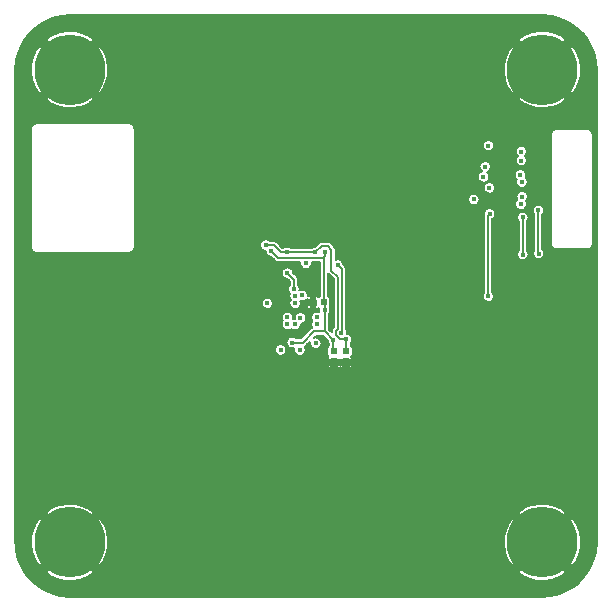
<source format=gtl>
G04 #@! TF.GenerationSoftware,KiCad,Pcbnew,5.1.5+dfsg1-2build2*
G04 #@! TF.CreationDate,2021-05-18T14:25:16+02:00*
G04 #@! TF.ProjectId,sensor_v1.0,73656e73-6f72-45f7-9631-2e302e6b6963,rev?*
G04 #@! TF.SameCoordinates,Original*
G04 #@! TF.FileFunction,Copper,L1,Top*
G04 #@! TF.FilePolarity,Positive*
%FSLAX46Y46*%
G04 Gerber Fmt 4.6, Leading zero omitted, Abs format (unit mm)*
G04 Created by KiCad (PCBNEW 5.1.5+dfsg1-2build2) date 2021-05-18 14:25:16*
%MOMM*%
%LPD*%
G04 APERTURE LIST*
%ADD10R,0.500000X0.600000*%
%ADD11R,0.600000X0.500000*%
%ADD12C,0.800000*%
%ADD13C,6.000000*%
%ADD14C,0.450000*%
%ADD15C,0.200000*%
%ADD16C,0.150000*%
%ADD17C,0.127000*%
G04 APERTURE END LIST*
D10*
X75580000Y-74700000D03*
X76520000Y-74700000D03*
D11*
X77350000Y-79770000D03*
X77350000Y-78830000D03*
X78400000Y-79770000D03*
X78400000Y-78830000D03*
D12*
X96590990Y-96590990D03*
X95000000Y-97250000D03*
X93409010Y-96590990D03*
X92750000Y-95000000D03*
X93409010Y-93409010D03*
X95000000Y-92750000D03*
X96590990Y-93409010D03*
X97250000Y-95000000D03*
D13*
X95000000Y-95000000D03*
D12*
X96590990Y-56590990D03*
X95000000Y-57250000D03*
X93409010Y-56590990D03*
X92750000Y-55000000D03*
X93409010Y-53409010D03*
X95000000Y-52750000D03*
X96590990Y-53409010D03*
X97250000Y-55000000D03*
D13*
X95000000Y-55000000D03*
D12*
X56590990Y-96590990D03*
X55000000Y-97250000D03*
X53409010Y-96590990D03*
X52750000Y-95000000D03*
X53409010Y-93409010D03*
X55000000Y-92750000D03*
X56590990Y-93409010D03*
X57250000Y-95000000D03*
D13*
X55000000Y-95000000D03*
D12*
X56590990Y-56590990D03*
X55000000Y-57250000D03*
X53409010Y-56590990D03*
X52750000Y-55000000D03*
X53409010Y-53409010D03*
X55000000Y-52750000D03*
X56590990Y-53409010D03*
X57250000Y-55000000D03*
D13*
X55000000Y-55000000D03*
D14*
X75268740Y-76439044D03*
X75650000Y-74025000D03*
X77275001Y-73511265D03*
X78502419Y-76881342D03*
X75964407Y-72900188D03*
X71400000Y-73200000D03*
X71450000Y-76800000D03*
X74200000Y-69250000D03*
X73400000Y-69250000D03*
X75800000Y-69275000D03*
X76600000Y-69275000D03*
X77700000Y-69425000D03*
X72600000Y-69250000D03*
X75350000Y-79650000D03*
X77350000Y-80550000D03*
X78400000Y-80550000D03*
X82000000Y-72800000D03*
X85000000Y-72400000D03*
X86600000Y-71800000D03*
X86600000Y-69400000D03*
X85000000Y-68600000D03*
X82600000Y-74600000D03*
X85600000Y-76200000D03*
X88000000Y-73800000D03*
X88400000Y-72000000D03*
X88400000Y-70400000D03*
X88800000Y-64500000D03*
X87200000Y-63900000D03*
X84700000Y-66400000D03*
X83500000Y-68400000D03*
X82000000Y-67300000D03*
X82000000Y-70100000D03*
X79100000Y-73100000D03*
X79100000Y-71200000D03*
X80700000Y-69500000D03*
X81000000Y-66100000D03*
X84700000Y-62300000D03*
X86600000Y-62500000D03*
X89700000Y-61100000D03*
X92200000Y-63150000D03*
X92250000Y-65150000D03*
X92250000Y-66400000D03*
X92750000Y-67500000D03*
X90300000Y-66500000D03*
X88400000Y-68400000D03*
X82300000Y-79400000D03*
X79700000Y-77700000D03*
X81000000Y-76000000D03*
X94700000Y-62400000D03*
X94700000Y-64200000D03*
X94700000Y-66000000D03*
X92400000Y-61300000D03*
X92200000Y-69000000D03*
X94000000Y-70200000D03*
X91600000Y-74700000D03*
X91000000Y-72200000D03*
X89800000Y-73300000D03*
X82500000Y-82400000D03*
X74200000Y-82400000D03*
X69800000Y-78200000D03*
X71500000Y-78200000D03*
X70900000Y-74900000D03*
X70500000Y-72600000D03*
X74300000Y-80600000D03*
X73900000Y-71700000D03*
X72000000Y-71500000D03*
X69500000Y-71900000D03*
X69000000Y-74000000D03*
X70700000Y-68000000D03*
X74300000Y-68000000D03*
X77900000Y-68000000D03*
X73700000Y-65000000D03*
X75800000Y-65000000D03*
X77200000Y-65000000D03*
X79400000Y-65000000D03*
X72300000Y-65000000D03*
X70000000Y-65000000D03*
X71700000Y-60600000D03*
X75300000Y-60600000D03*
X78900000Y-60600000D03*
X75400000Y-62600000D03*
X79000000Y-62600000D03*
X71800000Y-62600000D03*
X95300000Y-59500000D03*
X78900000Y-58900000D03*
X75300000Y-58900000D03*
X71700000Y-58900000D03*
X88200000Y-78200000D03*
X75825000Y-78150000D03*
X78000000Y-77275000D03*
X77700000Y-71550000D03*
X73968742Y-73560955D03*
X78425000Y-77825000D03*
X73400000Y-70455002D03*
X75800000Y-70455002D03*
X71600000Y-69850000D03*
X73430000Y-72220000D03*
X76568741Y-75360955D03*
X77325000Y-77900000D03*
X76600000Y-70455002D03*
X72041246Y-70326653D03*
X73825000Y-78100000D03*
X89200000Y-65975000D03*
X93300000Y-65750000D03*
X74081267Y-74760947D03*
X72850000Y-78725000D03*
X93350002Y-67500000D03*
X93350000Y-70650004D03*
X73431267Y-75960948D03*
X93225000Y-61925000D03*
X93275000Y-64500000D03*
X90523866Y-64999990D03*
X75918733Y-75960948D03*
X93150000Y-63900000D03*
X74081268Y-76560948D03*
X93225000Y-62700000D03*
X90432850Y-74182850D03*
X90550000Y-67200000D03*
X74524990Y-76014584D03*
X90175000Y-63200000D03*
X73431260Y-76560957D03*
X90450000Y-61425000D03*
X75918733Y-76560947D03*
X90025000Y-64075000D03*
X74686899Y-74098347D03*
X75000000Y-71400000D03*
X74081269Y-74160951D03*
X71725000Y-74775000D03*
X94675000Y-66900000D03*
X94700000Y-70575000D03*
X74475000Y-78725000D03*
X93200000Y-66375000D03*
D15*
X77350000Y-79770000D02*
X77350000Y-80550000D01*
X78400000Y-79770000D02*
X78400000Y-80550000D01*
X78025009Y-71875009D02*
X77924999Y-71774999D01*
X77924999Y-71774999D02*
X77700000Y-71550000D01*
X78025009Y-77249991D02*
X78025009Y-71875009D01*
X78000000Y-77275000D02*
X78025009Y-77249991D01*
X75800000Y-70455002D02*
X73400000Y-70455002D01*
X72250000Y-69850000D02*
X71600000Y-69850000D01*
X72855002Y-70455002D02*
X72250000Y-69850000D01*
X73400000Y-70455002D02*
X72855002Y-70455002D01*
X73968742Y-72758742D02*
X73430000Y-72220000D01*
X73968742Y-73560955D02*
X73968742Y-72758742D01*
X78425000Y-78805000D02*
X78400000Y-78830000D01*
X78425000Y-77825000D02*
X78425000Y-78805000D01*
X76330002Y-69925000D02*
X75800000Y-70455002D01*
X76850000Y-69925000D02*
X76330002Y-69925000D01*
X77150000Y-72000000D02*
X77150000Y-70225000D01*
X77700002Y-72550002D02*
X77150000Y-72000000D01*
X77525000Y-77100000D02*
X77700002Y-76924998D01*
X77150000Y-70225000D02*
X76850000Y-69925000D01*
X77525000Y-77475000D02*
X77525000Y-77100000D01*
X77875000Y-77825000D02*
X77525000Y-77475000D01*
X77700002Y-76924998D02*
X77700002Y-72550002D01*
X78425000Y-77825000D02*
X77875000Y-77825000D01*
X76600000Y-70773200D02*
X76473200Y-70900000D01*
X76600000Y-70455002D02*
X76600000Y-70773200D01*
X72614593Y-70900000D02*
X72041246Y-70326653D01*
X76473200Y-70900000D02*
X72614593Y-70900000D01*
X76568741Y-74748741D02*
X76520000Y-74700000D01*
X76568741Y-75360955D02*
X76568741Y-74748741D01*
X76520000Y-70946800D02*
X76473200Y-70900000D01*
X76520000Y-74700000D02*
X76520000Y-70946800D01*
X77325000Y-78805000D02*
X77350000Y-78830000D01*
X77325000Y-77900000D02*
X77325000Y-78805000D01*
X76568741Y-77143741D02*
X76568741Y-75360955D01*
X77325000Y-77900000D02*
X76568741Y-77143741D01*
X76568741Y-77143741D02*
X75706259Y-77143741D01*
X74750000Y-78100000D02*
X73825000Y-78100000D01*
X75706259Y-77143741D02*
X74750000Y-78100000D01*
D16*
X93350002Y-70650002D02*
X93350000Y-70650004D01*
X93350002Y-67500000D02*
X93350002Y-70650002D01*
X90432850Y-67317150D02*
X90550000Y-67200000D01*
X90432850Y-74182850D02*
X90432850Y-67317150D01*
X94675000Y-70550000D02*
X94700000Y-70575000D01*
X94675000Y-66900000D02*
X94675000Y-70550000D01*
D17*
G36*
X95816423Y-50462511D02*
G01*
X96607041Y-50678799D01*
X97346862Y-51031676D01*
X98012498Y-51509984D01*
X98582919Y-52098614D01*
X99040083Y-52778944D01*
X99369547Y-53529485D01*
X99561428Y-54328728D01*
X99611500Y-55010577D01*
X99611501Y-94987139D01*
X99537489Y-95816423D01*
X99321201Y-96607041D01*
X98968325Y-97346860D01*
X98490014Y-98012501D01*
X97901386Y-98582919D01*
X97221055Y-99040083D01*
X96470515Y-99369547D01*
X95671272Y-99561428D01*
X94989424Y-99611500D01*
X55012850Y-99611500D01*
X54183577Y-99537489D01*
X53392959Y-99321201D01*
X52653140Y-98968325D01*
X51987499Y-98490014D01*
X51417081Y-97901386D01*
X51145800Y-97497677D01*
X52978206Y-97497677D01*
X53354890Y-97836787D01*
X53939930Y-98103224D01*
X54565708Y-98250406D01*
X55208175Y-98272677D01*
X55842642Y-98169180D01*
X56444727Y-97943894D01*
X56645110Y-97836787D01*
X57021794Y-97497677D01*
X92978206Y-97497677D01*
X93354890Y-97836787D01*
X93939930Y-98103224D01*
X94565708Y-98250406D01*
X95208175Y-98272677D01*
X95842642Y-98169180D01*
X96444727Y-97943894D01*
X96645110Y-97836787D01*
X97021794Y-97497677D01*
X96705022Y-97180905D01*
X96705022Y-97180904D01*
X96590990Y-97066873D01*
X96063769Y-96539652D01*
X96001076Y-96476958D01*
X96001075Y-96476958D01*
X95000000Y-95475883D01*
X93998925Y-96476958D01*
X93998924Y-96476958D01*
X93936231Y-96539652D01*
X93409010Y-97066873D01*
X93294978Y-97180904D01*
X93294978Y-97180905D01*
X92978206Y-97497677D01*
X57021794Y-97497677D01*
X56705022Y-97180905D01*
X56705022Y-97180904D01*
X56590990Y-97066873D01*
X56063769Y-96539652D01*
X56001076Y-96476958D01*
X56001075Y-96476958D01*
X55000000Y-95475883D01*
X53998925Y-96476958D01*
X53998924Y-96476958D01*
X53936231Y-96539652D01*
X53409010Y-97066873D01*
X53294978Y-97180904D01*
X53294978Y-97180905D01*
X52978206Y-97497677D01*
X51145800Y-97497677D01*
X50959917Y-97221055D01*
X50630453Y-96470515D01*
X50438572Y-95671272D01*
X50404565Y-95208175D01*
X51727323Y-95208175D01*
X51830820Y-95842642D01*
X52056106Y-96444727D01*
X52163213Y-96645110D01*
X52502323Y-97021794D01*
X52819095Y-96705022D01*
X52819096Y-96705022D01*
X52933127Y-96590990D01*
X53409010Y-96115107D01*
X53523042Y-96001076D01*
X53523042Y-96001075D01*
X54524117Y-95000000D01*
X55475883Y-95000000D01*
X56476958Y-96001075D01*
X56476958Y-96001076D01*
X56590990Y-96115107D01*
X57066873Y-96590990D01*
X57180904Y-96705022D01*
X57180905Y-96705022D01*
X57497677Y-97021794D01*
X57836787Y-96645110D01*
X58103224Y-96060070D01*
X58250406Y-95434292D01*
X58258244Y-95208175D01*
X91727323Y-95208175D01*
X91830820Y-95842642D01*
X92056106Y-96444727D01*
X92163213Y-96645110D01*
X92502323Y-97021794D01*
X92819095Y-96705022D01*
X92819096Y-96705022D01*
X92933127Y-96590990D01*
X93409010Y-96115107D01*
X93523042Y-96001076D01*
X93523042Y-96001075D01*
X94524117Y-95000000D01*
X95475883Y-95000000D01*
X96476958Y-96001075D01*
X96476958Y-96001076D01*
X96590990Y-96115107D01*
X97066873Y-96590990D01*
X97180904Y-96705022D01*
X97180905Y-96705022D01*
X97497677Y-97021794D01*
X97836787Y-96645110D01*
X98103224Y-96060070D01*
X98250406Y-95434292D01*
X98272677Y-94791825D01*
X98169180Y-94157358D01*
X97943894Y-93555273D01*
X97836787Y-93354890D01*
X97497677Y-92978206D01*
X97180905Y-93294978D01*
X97180904Y-93294978D01*
X97120993Y-93354890D01*
X96590990Y-93884893D01*
X96476958Y-93998924D01*
X96476958Y-93998925D01*
X95475883Y-95000000D01*
X94524117Y-95000000D01*
X93523042Y-93998925D01*
X93523042Y-93998924D01*
X93409010Y-93884893D01*
X92879007Y-93354890D01*
X92819096Y-93294978D01*
X92819095Y-93294978D01*
X92502323Y-92978206D01*
X92163213Y-93354890D01*
X91896776Y-93939930D01*
X91749594Y-94565708D01*
X91727323Y-95208175D01*
X58258244Y-95208175D01*
X58272677Y-94791825D01*
X58169180Y-94157358D01*
X57943894Y-93555273D01*
X57836787Y-93354890D01*
X57497677Y-92978206D01*
X57180905Y-93294978D01*
X57180904Y-93294978D01*
X57120993Y-93354890D01*
X56590990Y-93884893D01*
X56476958Y-93998924D01*
X56476958Y-93998925D01*
X55475883Y-95000000D01*
X54524117Y-95000000D01*
X53523042Y-93998925D01*
X53523042Y-93998924D01*
X53409010Y-93884893D01*
X52879007Y-93354890D01*
X52819096Y-93294978D01*
X52819095Y-93294978D01*
X52502323Y-92978206D01*
X52163213Y-93354890D01*
X51896776Y-93939930D01*
X51749594Y-94565708D01*
X51727323Y-95208175D01*
X50404565Y-95208175D01*
X50388500Y-94989424D01*
X50388500Y-92502323D01*
X52978206Y-92502323D01*
X53294978Y-92819095D01*
X53294978Y-92819096D01*
X53409010Y-92933127D01*
X53884893Y-93409010D01*
X53998924Y-93523042D01*
X53998925Y-93523042D01*
X55000000Y-94524117D01*
X56001075Y-93523042D01*
X56001076Y-93523042D01*
X56115107Y-93409010D01*
X56590990Y-92933127D01*
X56705022Y-92819096D01*
X56705022Y-92819095D01*
X57021794Y-92502323D01*
X92978206Y-92502323D01*
X93294978Y-92819095D01*
X93294978Y-92819096D01*
X93409010Y-92933127D01*
X93884893Y-93409010D01*
X93998924Y-93523042D01*
X93998925Y-93523042D01*
X95000000Y-94524117D01*
X96001075Y-93523042D01*
X96001076Y-93523042D01*
X96115107Y-93409010D01*
X96590990Y-92933127D01*
X96705022Y-92819096D01*
X96705022Y-92819095D01*
X97021794Y-92502323D01*
X96645110Y-92163213D01*
X96060070Y-91896776D01*
X95434292Y-91749594D01*
X94791825Y-91727323D01*
X94157358Y-91830820D01*
X93555273Y-92056106D01*
X93354890Y-92163213D01*
X92978206Y-92502323D01*
X57021794Y-92502323D01*
X56645110Y-92163213D01*
X56060070Y-91896776D01*
X55434292Y-91749594D01*
X54791825Y-91727323D01*
X54157358Y-91830820D01*
X53555273Y-92056106D01*
X53354890Y-92163213D01*
X52978206Y-92502323D01*
X50388500Y-92502323D01*
X50388500Y-80022375D01*
X76786500Y-80022375D01*
X76790456Y-80072369D01*
X76805659Y-80121997D01*
X76830253Y-80167706D01*
X76863291Y-80207738D01*
X76903505Y-80240556D01*
X76949348Y-80264898D01*
X76999059Y-80279829D01*
X77047625Y-80283500D01*
X77113500Y-80217625D01*
X77113500Y-79956500D01*
X77586500Y-79956500D01*
X77586500Y-80217625D01*
X77652375Y-80283500D01*
X77700941Y-80279829D01*
X77750652Y-80264898D01*
X77796495Y-80240556D01*
X77836709Y-80207738D01*
X77869747Y-80167706D01*
X77875000Y-80157943D01*
X77880253Y-80167706D01*
X77913291Y-80207738D01*
X77953505Y-80240556D01*
X77999348Y-80264898D01*
X78049059Y-80279829D01*
X78097625Y-80283500D01*
X78163500Y-80217625D01*
X78163500Y-79956500D01*
X78636500Y-79956500D01*
X78636500Y-80217625D01*
X78702375Y-80283500D01*
X78750941Y-80279829D01*
X78800652Y-80264898D01*
X78846495Y-80240556D01*
X78886709Y-80207738D01*
X78919747Y-80167706D01*
X78944341Y-80121997D01*
X78959544Y-80072369D01*
X78963500Y-80022375D01*
X78897625Y-79956500D01*
X78636500Y-79956500D01*
X78163500Y-79956500D01*
X77902375Y-79956500D01*
X77875000Y-79983875D01*
X77847625Y-79956500D01*
X77586500Y-79956500D01*
X77113500Y-79956500D01*
X76852375Y-79956500D01*
X76786500Y-80022375D01*
X50388500Y-80022375D01*
X50388500Y-78676887D01*
X72361500Y-78676887D01*
X72361500Y-78773113D01*
X72380272Y-78867490D01*
X72417097Y-78956392D01*
X72470557Y-79036401D01*
X72538599Y-79104443D01*
X72618608Y-79157903D01*
X72707510Y-79194728D01*
X72801887Y-79213500D01*
X72898113Y-79213500D01*
X72992490Y-79194728D01*
X73081392Y-79157903D01*
X73161401Y-79104443D01*
X73229443Y-79036401D01*
X73282903Y-78956392D01*
X73319728Y-78867490D01*
X73338500Y-78773113D01*
X73338500Y-78676887D01*
X73319728Y-78582510D01*
X73282903Y-78493608D01*
X73229443Y-78413599D01*
X73161401Y-78345557D01*
X73081392Y-78292097D01*
X72992490Y-78255272D01*
X72898113Y-78236500D01*
X72801887Y-78236500D01*
X72707510Y-78255272D01*
X72618608Y-78292097D01*
X72538599Y-78345557D01*
X72470557Y-78413599D01*
X72417097Y-78493608D01*
X72380272Y-78582510D01*
X72361500Y-78676887D01*
X50388500Y-78676887D01*
X50388500Y-76512844D01*
X72942760Y-76512844D01*
X72942760Y-76609070D01*
X72961532Y-76703447D01*
X72998357Y-76792349D01*
X73051817Y-76872358D01*
X73119859Y-76940400D01*
X73199868Y-76993860D01*
X73288770Y-77030685D01*
X73383147Y-77049457D01*
X73479373Y-77049457D01*
X73573750Y-77030685D01*
X73662652Y-76993860D01*
X73742661Y-76940400D01*
X73756269Y-76926793D01*
X73769867Y-76940391D01*
X73849876Y-76993851D01*
X73938778Y-77030676D01*
X74033155Y-77049448D01*
X74129381Y-77049448D01*
X74223758Y-77030676D01*
X74312660Y-76993851D01*
X74392669Y-76940391D01*
X74460711Y-76872349D01*
X74514171Y-76792340D01*
X74550996Y-76703438D01*
X74569768Y-76609061D01*
X74569768Y-76512835D01*
X74567828Y-76503084D01*
X74573103Y-76503084D01*
X74667480Y-76484312D01*
X74756382Y-76447487D01*
X74836391Y-76394027D01*
X74904433Y-76325985D01*
X74957893Y-76245976D01*
X74994718Y-76157074D01*
X75013490Y-76062697D01*
X75013490Y-75966471D01*
X74994718Y-75872094D01*
X74957893Y-75783192D01*
X74904433Y-75703183D01*
X74836391Y-75635141D01*
X74756382Y-75581681D01*
X74667480Y-75544856D01*
X74573103Y-75526084D01*
X74476877Y-75526084D01*
X74382500Y-75544856D01*
X74293598Y-75581681D01*
X74213589Y-75635141D01*
X74145547Y-75703183D01*
X74092087Y-75783192D01*
X74055262Y-75872094D01*
X74036490Y-75966471D01*
X74036490Y-76062697D01*
X74038430Y-76072448D01*
X74033155Y-76072448D01*
X73938778Y-76091220D01*
X73899279Y-76107581D01*
X73900995Y-76103438D01*
X73919767Y-76009061D01*
X73919767Y-75912835D01*
X73900995Y-75818458D01*
X73864170Y-75729556D01*
X73810710Y-75649547D01*
X73742668Y-75581505D01*
X73662659Y-75528045D01*
X73573757Y-75491220D01*
X73479380Y-75472448D01*
X73383154Y-75472448D01*
X73288777Y-75491220D01*
X73199875Y-75528045D01*
X73119866Y-75581505D01*
X73051824Y-75649547D01*
X72998364Y-75729556D01*
X72961539Y-75818458D01*
X72942767Y-75912835D01*
X72942767Y-76009061D01*
X72961539Y-76103438D01*
X72998364Y-76192340D01*
X73044206Y-76260947D01*
X72998357Y-76329565D01*
X72961532Y-76418467D01*
X72942760Y-76512844D01*
X50388500Y-76512844D01*
X50388500Y-74726887D01*
X71236500Y-74726887D01*
X71236500Y-74823113D01*
X71255272Y-74917490D01*
X71292097Y-75006392D01*
X71345557Y-75086401D01*
X71413599Y-75154443D01*
X71493608Y-75207903D01*
X71582510Y-75244728D01*
X71676887Y-75263500D01*
X71773113Y-75263500D01*
X71867490Y-75244728D01*
X71956392Y-75207903D01*
X72036401Y-75154443D01*
X72104443Y-75086401D01*
X72157903Y-75006392D01*
X72194728Y-74917490D01*
X72213500Y-74823113D01*
X72213500Y-74726887D01*
X72194728Y-74632510D01*
X72157903Y-74543608D01*
X72104443Y-74463599D01*
X72036401Y-74395557D01*
X71956392Y-74342097D01*
X71867490Y-74305272D01*
X71773113Y-74286500D01*
X71676887Y-74286500D01*
X71582510Y-74305272D01*
X71493608Y-74342097D01*
X71413599Y-74395557D01*
X71345557Y-74463599D01*
X71292097Y-74543608D01*
X71255272Y-74632510D01*
X71236500Y-74726887D01*
X50388500Y-74726887D01*
X50388500Y-72171887D01*
X72941500Y-72171887D01*
X72941500Y-72268113D01*
X72960272Y-72362490D01*
X72997097Y-72451392D01*
X73050557Y-72531401D01*
X73118599Y-72599443D01*
X73198608Y-72652903D01*
X73287510Y-72689728D01*
X73381887Y-72708500D01*
X73404434Y-72708500D01*
X73605243Y-72909309D01*
X73605242Y-73233611D01*
X73589299Y-73249554D01*
X73535839Y-73329563D01*
X73499014Y-73418465D01*
X73480242Y-73512842D01*
X73480242Y-73609068D01*
X73499014Y-73703445D01*
X73535839Y-73792347D01*
X73589299Y-73872356D01*
X73647820Y-73930877D01*
X73611541Y-74018461D01*
X73592769Y-74112838D01*
X73592769Y-74209064D01*
X73611541Y-74303441D01*
X73648366Y-74392343D01*
X73694206Y-74460948D01*
X73648364Y-74529555D01*
X73611539Y-74618457D01*
X73592767Y-74712834D01*
X73592767Y-74809060D01*
X73611539Y-74903437D01*
X73648364Y-74992339D01*
X73701824Y-75072348D01*
X73769866Y-75140390D01*
X73849875Y-75193850D01*
X73938777Y-75230675D01*
X74033154Y-75249447D01*
X74129380Y-75249447D01*
X74223757Y-75230675D01*
X74312659Y-75193850D01*
X74392668Y-75140390D01*
X74460710Y-75072348D01*
X74507464Y-75002375D01*
X75066500Y-75002375D01*
X75070171Y-75050941D01*
X75085102Y-75100652D01*
X75109444Y-75146495D01*
X75142262Y-75186709D01*
X75182294Y-75219747D01*
X75228003Y-75244341D01*
X75277631Y-75259544D01*
X75327625Y-75263500D01*
X75393500Y-75197625D01*
X75393500Y-74936500D01*
X75132375Y-74936500D01*
X75066500Y-75002375D01*
X74507464Y-75002375D01*
X74514170Y-74992339D01*
X74550995Y-74903437D01*
X74569767Y-74809060D01*
X74569767Y-74712834D01*
X74550995Y-74618457D01*
X74527167Y-74560933D01*
X74544409Y-74568075D01*
X74638786Y-74586847D01*
X74735012Y-74586847D01*
X74829389Y-74568075D01*
X74918291Y-74531250D01*
X74998300Y-74477790D01*
X75066342Y-74409748D01*
X75071261Y-74402386D01*
X75132375Y-74463500D01*
X75393500Y-74463500D01*
X75393500Y-74202375D01*
X75327625Y-74136500D01*
X75277631Y-74140456D01*
X75228003Y-74155659D01*
X75182294Y-74180253D01*
X75166003Y-74193698D01*
X75175399Y-74146460D01*
X75175399Y-74050234D01*
X75156627Y-73955857D01*
X75119802Y-73866955D01*
X75066342Y-73786946D01*
X74998300Y-73718904D01*
X74918291Y-73665444D01*
X74829389Y-73628619D01*
X74735012Y-73609847D01*
X74638786Y-73609847D01*
X74544409Y-73628619D01*
X74455507Y-73665444D01*
X74444576Y-73672748D01*
X74457242Y-73609068D01*
X74457242Y-73512842D01*
X74438470Y-73418465D01*
X74401645Y-73329563D01*
X74348185Y-73249554D01*
X74332242Y-73233611D01*
X74332242Y-72776581D01*
X74333999Y-72758741D01*
X74332242Y-72740901D01*
X74332242Y-72740892D01*
X74326982Y-72687484D01*
X74306196Y-72618964D01*
X74272443Y-72555816D01*
X74272442Y-72555814D01*
X74238396Y-72514330D01*
X74227018Y-72500466D01*
X74213154Y-72489088D01*
X73918500Y-72194434D01*
X73918500Y-72171887D01*
X73899728Y-72077510D01*
X73862903Y-71988608D01*
X73809443Y-71908599D01*
X73741401Y-71840557D01*
X73661392Y-71787097D01*
X73572490Y-71750272D01*
X73478113Y-71731500D01*
X73381887Y-71731500D01*
X73287510Y-71750272D01*
X73198608Y-71787097D01*
X73118599Y-71840557D01*
X73050557Y-71908599D01*
X72997097Y-71988608D01*
X72960272Y-72077510D01*
X72941500Y-72171887D01*
X50388500Y-72171887D01*
X50388500Y-59985837D01*
X51711500Y-59985837D01*
X51711501Y-70014164D01*
X51712701Y-70026352D01*
X51712693Y-70027543D01*
X51713086Y-70031552D01*
X51715110Y-70050814D01*
X51715676Y-70056556D01*
X51715734Y-70056748D01*
X51717166Y-70070371D01*
X51722424Y-70095986D01*
X51727323Y-70121669D01*
X51728487Y-70125521D01*
X51728488Y-70125527D01*
X51728490Y-70125533D01*
X51740030Y-70162813D01*
X51750161Y-70186914D01*
X51759959Y-70211164D01*
X51761842Y-70214706D01*
X51761848Y-70214719D01*
X51761855Y-70214730D01*
X51780415Y-70249056D01*
X51795050Y-70270754D01*
X51809354Y-70292612D01*
X51811896Y-70295729D01*
X51811900Y-70295735D01*
X51811905Y-70295740D01*
X51836781Y-70325810D01*
X51855305Y-70344205D01*
X51873628Y-70362916D01*
X51876732Y-70365483D01*
X51906980Y-70390153D01*
X51928763Y-70404626D01*
X51950341Y-70419400D01*
X51953884Y-70421316D01*
X51988349Y-70439640D01*
X52012516Y-70449601D01*
X52036551Y-70459902D01*
X52040396Y-70461092D01*
X52040406Y-70461096D01*
X52040415Y-70461098D01*
X52077766Y-70472375D01*
X52103375Y-70477446D01*
X52128993Y-70482891D01*
X52132999Y-70483312D01*
X52169324Y-70486874D01*
X52185836Y-70488500D01*
X60014164Y-70488500D01*
X60026361Y-70487299D01*
X60027543Y-70487307D01*
X60031552Y-70486914D01*
X60050663Y-70484905D01*
X60056556Y-70484325D01*
X60056753Y-70484265D01*
X60070371Y-70482834D01*
X60095986Y-70477576D01*
X60121669Y-70472677D01*
X60125521Y-70471513D01*
X60125527Y-70471512D01*
X60125533Y-70471510D01*
X60162813Y-70459970D01*
X60186953Y-70449823D01*
X60211164Y-70440041D01*
X60214706Y-70438158D01*
X60214719Y-70438152D01*
X60214730Y-70438145D01*
X60249056Y-70419585D01*
X60270754Y-70404950D01*
X60292612Y-70390646D01*
X60295729Y-70388104D01*
X60295735Y-70388100D01*
X60295740Y-70388095D01*
X60325810Y-70363219D01*
X60344205Y-70344695D01*
X60362916Y-70326372D01*
X60365483Y-70323268D01*
X60365487Y-70323264D01*
X60390153Y-70293020D01*
X60404626Y-70271237D01*
X60419400Y-70249659D01*
X60421316Y-70246116D01*
X60439640Y-70211651D01*
X60449601Y-70187484D01*
X60459902Y-70163449D01*
X60461093Y-70159601D01*
X60461094Y-70159598D01*
X60461096Y-70159594D01*
X60461098Y-70159585D01*
X60472375Y-70122234D01*
X60477446Y-70096625D01*
X60482891Y-70071007D01*
X60483312Y-70067001D01*
X60486903Y-70030381D01*
X60488500Y-70014164D01*
X60488500Y-69801887D01*
X71111500Y-69801887D01*
X71111500Y-69898113D01*
X71130272Y-69992490D01*
X71167097Y-70081392D01*
X71220557Y-70161401D01*
X71288599Y-70229443D01*
X71368608Y-70282903D01*
X71457510Y-70319728D01*
X71551887Y-70338500D01*
X71552746Y-70338500D01*
X71552746Y-70374766D01*
X71571518Y-70469143D01*
X71608343Y-70558045D01*
X71661803Y-70638054D01*
X71729845Y-70706096D01*
X71809854Y-70759556D01*
X71898756Y-70796381D01*
X71993133Y-70815153D01*
X72015680Y-70815153D01*
X72344943Y-71144417D01*
X72356317Y-71158276D01*
X72370175Y-71169649D01*
X72370181Y-71169655D01*
X72397118Y-71191761D01*
X72411667Y-71203701D01*
X72474815Y-71237454D01*
X72543335Y-71258240D01*
X72596743Y-71263500D01*
X72596752Y-71263500D01*
X72614592Y-71265257D01*
X72632432Y-71263500D01*
X74529081Y-71263500D01*
X74511500Y-71351887D01*
X74511500Y-71448113D01*
X74530272Y-71542490D01*
X74567097Y-71631392D01*
X74620557Y-71711401D01*
X74688599Y-71779443D01*
X74768608Y-71832903D01*
X74857510Y-71869728D01*
X74951887Y-71888500D01*
X75048113Y-71888500D01*
X75142490Y-71869728D01*
X75231392Y-71832903D01*
X75311401Y-71779443D01*
X75379443Y-71711401D01*
X75432903Y-71631392D01*
X75469728Y-71542490D01*
X75488500Y-71448113D01*
X75488500Y-71351887D01*
X75470919Y-71263500D01*
X76156501Y-71263500D01*
X76156500Y-74161888D01*
X76122899Y-74179848D01*
X76082777Y-74212777D01*
X76049955Y-74252769D01*
X76017738Y-74213291D01*
X75977706Y-74180253D01*
X75931997Y-74155659D01*
X75882369Y-74140456D01*
X75832375Y-74136500D01*
X75766500Y-74202375D01*
X75766500Y-74463500D01*
X75830000Y-74463500D01*
X75830000Y-74936500D01*
X75766500Y-74936500D01*
X75766500Y-75197625D01*
X75832375Y-75263500D01*
X75882369Y-75259544D01*
X75931997Y-75244341D01*
X75977706Y-75219747D01*
X76017738Y-75186709D01*
X76049955Y-75147231D01*
X76082777Y-75187223D01*
X76104552Y-75205094D01*
X76099013Y-75218465D01*
X76080241Y-75312842D01*
X76080241Y-75409068D01*
X76099013Y-75503445D01*
X76100727Y-75507583D01*
X76061223Y-75491220D01*
X75966846Y-75472448D01*
X75870620Y-75472448D01*
X75776243Y-75491220D01*
X75687341Y-75528045D01*
X75607332Y-75581505D01*
X75539290Y-75649547D01*
X75485830Y-75729556D01*
X75449005Y-75818458D01*
X75430233Y-75912835D01*
X75430233Y-76009061D01*
X75449005Y-76103438D01*
X75485830Y-76192340D01*
X75531672Y-76260948D01*
X75485830Y-76329555D01*
X75449005Y-76418457D01*
X75430233Y-76512834D01*
X75430233Y-76609060D01*
X75449005Y-76703437D01*
X75485830Y-76792339D01*
X75513921Y-76834381D01*
X75511484Y-76835683D01*
X75503331Y-76840041D01*
X75463966Y-76872348D01*
X75447983Y-76885465D01*
X75436605Y-76899329D01*
X74599434Y-77736500D01*
X74152344Y-77736500D01*
X74136401Y-77720557D01*
X74056392Y-77667097D01*
X73967490Y-77630272D01*
X73873113Y-77611500D01*
X73776887Y-77611500D01*
X73682510Y-77630272D01*
X73593608Y-77667097D01*
X73513599Y-77720557D01*
X73445557Y-77788599D01*
X73392097Y-77868608D01*
X73355272Y-77957510D01*
X73336500Y-78051887D01*
X73336500Y-78148113D01*
X73355272Y-78242490D01*
X73392097Y-78331392D01*
X73445557Y-78411401D01*
X73513599Y-78479443D01*
X73593608Y-78532903D01*
X73682510Y-78569728D01*
X73776887Y-78588500D01*
X73873113Y-78588500D01*
X73967490Y-78569728D01*
X74019488Y-78548189D01*
X74005272Y-78582510D01*
X73986500Y-78676887D01*
X73986500Y-78773113D01*
X74005272Y-78867490D01*
X74042097Y-78956392D01*
X74095557Y-79036401D01*
X74163599Y-79104443D01*
X74243608Y-79157903D01*
X74332510Y-79194728D01*
X74426887Y-79213500D01*
X74523113Y-79213500D01*
X74617490Y-79194728D01*
X74706392Y-79157903D01*
X74786401Y-79104443D01*
X74854443Y-79036401D01*
X74907903Y-78956392D01*
X74944728Y-78867490D01*
X74963500Y-78773113D01*
X74963500Y-78676887D01*
X74944728Y-78582510D01*
X74907903Y-78493608D01*
X74873651Y-78442346D01*
X74889778Y-78437454D01*
X74952926Y-78403701D01*
X75008276Y-78358276D01*
X75019654Y-78344412D01*
X75354953Y-78009113D01*
X75336500Y-78101887D01*
X75336500Y-78198113D01*
X75355272Y-78292490D01*
X75392097Y-78381392D01*
X75445557Y-78461401D01*
X75513599Y-78529443D01*
X75593608Y-78582903D01*
X75682510Y-78619728D01*
X75776887Y-78638500D01*
X75873113Y-78638500D01*
X75967490Y-78619728D01*
X76056392Y-78582903D01*
X76136401Y-78529443D01*
X76204443Y-78461401D01*
X76257903Y-78381392D01*
X76294728Y-78292490D01*
X76313500Y-78198113D01*
X76313500Y-78101887D01*
X76294728Y-78007510D01*
X76257903Y-77918608D01*
X76204443Y-77838599D01*
X76136401Y-77770557D01*
X76056392Y-77717097D01*
X75967490Y-77680272D01*
X75873113Y-77661500D01*
X75776887Y-77661500D01*
X75684113Y-77679953D01*
X75856825Y-77507241D01*
X76418175Y-77507241D01*
X76836500Y-77925567D01*
X76836500Y-77948113D01*
X76855272Y-78042490D01*
X76892097Y-78131392D01*
X76945557Y-78211401D01*
X76961500Y-78227344D01*
X76961500Y-78331490D01*
X76948675Y-78335381D01*
X76902899Y-78359848D01*
X76862777Y-78392777D01*
X76829848Y-78432899D01*
X76805381Y-78478675D01*
X76790314Y-78528345D01*
X76785226Y-78580000D01*
X76785226Y-79080000D01*
X76790314Y-79131655D01*
X76805381Y-79181325D01*
X76829848Y-79227101D01*
X76862777Y-79267223D01*
X76902769Y-79300045D01*
X76863291Y-79332262D01*
X76830253Y-79372294D01*
X76805659Y-79418003D01*
X76790456Y-79467631D01*
X76786500Y-79517625D01*
X76852375Y-79583500D01*
X77113500Y-79583500D01*
X77113500Y-79520000D01*
X77586500Y-79520000D01*
X77586500Y-79583500D01*
X77847625Y-79583500D01*
X77875000Y-79556125D01*
X77902375Y-79583500D01*
X78163500Y-79583500D01*
X78163500Y-79520000D01*
X78636500Y-79520000D01*
X78636500Y-79583500D01*
X78897625Y-79583500D01*
X78963500Y-79517625D01*
X78959544Y-79467631D01*
X78944341Y-79418003D01*
X78919747Y-79372294D01*
X78886709Y-79332262D01*
X78847231Y-79300045D01*
X78887223Y-79267223D01*
X78920152Y-79227101D01*
X78944619Y-79181325D01*
X78959686Y-79131655D01*
X78964774Y-79080000D01*
X78964774Y-78580000D01*
X78959686Y-78528345D01*
X78944619Y-78478675D01*
X78920152Y-78432899D01*
X78887223Y-78392777D01*
X78847101Y-78359848D01*
X78801325Y-78335381D01*
X78788500Y-78331491D01*
X78788500Y-78152344D01*
X78804443Y-78136401D01*
X78857903Y-78056392D01*
X78894728Y-77967490D01*
X78913500Y-77873113D01*
X78913500Y-77776887D01*
X78894728Y-77682510D01*
X78857903Y-77593608D01*
X78804443Y-77513599D01*
X78736401Y-77445557D01*
X78656392Y-77392097D01*
X78567490Y-77355272D01*
X78485353Y-77338935D01*
X78488500Y-77323113D01*
X78488500Y-77226887D01*
X78469728Y-77132510D01*
X78432903Y-77043608D01*
X78388509Y-76977167D01*
X78388509Y-74134737D01*
X89944350Y-74134737D01*
X89944350Y-74230963D01*
X89963122Y-74325340D01*
X89999947Y-74414242D01*
X90053407Y-74494251D01*
X90121449Y-74562293D01*
X90201458Y-74615753D01*
X90290360Y-74652578D01*
X90384737Y-74671350D01*
X90480963Y-74671350D01*
X90575340Y-74652578D01*
X90664242Y-74615753D01*
X90744251Y-74562293D01*
X90812293Y-74494251D01*
X90865753Y-74414242D01*
X90902578Y-74325340D01*
X90921350Y-74230963D01*
X90921350Y-74134737D01*
X90902578Y-74040360D01*
X90865753Y-73951458D01*
X90812293Y-73871449D01*
X90771350Y-73830506D01*
X90771350Y-70601891D01*
X92861500Y-70601891D01*
X92861500Y-70698117D01*
X92880272Y-70792494D01*
X92917097Y-70881396D01*
X92970557Y-70961405D01*
X93038599Y-71029447D01*
X93118608Y-71082907D01*
X93207510Y-71119732D01*
X93301887Y-71138504D01*
X93398113Y-71138504D01*
X93492490Y-71119732D01*
X93581392Y-71082907D01*
X93661401Y-71029447D01*
X93729443Y-70961405D01*
X93782903Y-70881396D01*
X93819728Y-70792494D01*
X93838500Y-70698117D01*
X93838500Y-70601891D01*
X93819728Y-70507514D01*
X93782903Y-70418612D01*
X93729443Y-70338603D01*
X93688502Y-70297662D01*
X93688502Y-67852344D01*
X93729445Y-67811401D01*
X93782905Y-67731392D01*
X93819730Y-67642490D01*
X93838502Y-67548113D01*
X93838502Y-67451887D01*
X93819730Y-67357510D01*
X93782905Y-67268608D01*
X93729445Y-67188599D01*
X93661403Y-67120557D01*
X93581394Y-67067097D01*
X93492492Y-67030272D01*
X93398115Y-67011500D01*
X93301889Y-67011500D01*
X93207512Y-67030272D01*
X93118610Y-67067097D01*
X93038601Y-67120557D01*
X92970559Y-67188599D01*
X92917099Y-67268608D01*
X92880274Y-67357510D01*
X92861502Y-67451887D01*
X92861502Y-67548113D01*
X92880274Y-67642490D01*
X92917099Y-67731392D01*
X92970559Y-67811401D01*
X93011502Y-67852344D01*
X93011503Y-70297657D01*
X92970557Y-70338603D01*
X92917097Y-70418612D01*
X92880272Y-70507514D01*
X92861500Y-70601891D01*
X90771350Y-70601891D01*
X90771350Y-67637063D01*
X90781392Y-67632903D01*
X90861401Y-67579443D01*
X90929443Y-67511401D01*
X90982903Y-67431392D01*
X91019728Y-67342490D01*
X91038500Y-67248113D01*
X91038500Y-67151887D01*
X91019728Y-67057510D01*
X90982903Y-66968608D01*
X90929443Y-66888599D01*
X90861401Y-66820557D01*
X90781392Y-66767097D01*
X90692490Y-66730272D01*
X90598113Y-66711500D01*
X90501887Y-66711500D01*
X90407510Y-66730272D01*
X90318608Y-66767097D01*
X90238599Y-66820557D01*
X90170557Y-66888599D01*
X90117097Y-66968608D01*
X90080272Y-67057510D01*
X90061500Y-67151887D01*
X90061500Y-67248113D01*
X90080272Y-67342490D01*
X90094351Y-67376479D01*
X90094350Y-73830506D01*
X90053407Y-73871449D01*
X89999947Y-73951458D01*
X89963122Y-74040360D01*
X89944350Y-74134737D01*
X78388509Y-74134737D01*
X78388509Y-71892848D01*
X78390266Y-71875008D01*
X78388509Y-71857168D01*
X78388509Y-71857159D01*
X78383249Y-71803751D01*
X78362463Y-71735231D01*
X78328710Y-71672083D01*
X78283285Y-71616733D01*
X78269417Y-71605351D01*
X78188500Y-71524434D01*
X78188500Y-71501887D01*
X78169728Y-71407510D01*
X78132903Y-71318608D01*
X78079443Y-71238599D01*
X78011401Y-71170557D01*
X77931392Y-71117097D01*
X77842490Y-71080272D01*
X77748113Y-71061500D01*
X77651887Y-71061500D01*
X77557510Y-71080272D01*
X77513500Y-71098502D01*
X77513500Y-70242839D01*
X77515257Y-70224999D01*
X77513500Y-70207159D01*
X77513500Y-70207150D01*
X77508240Y-70153742D01*
X77487454Y-70085222D01*
X77453701Y-70022074D01*
X77444361Y-70010693D01*
X77419655Y-69980588D01*
X77419649Y-69980582D01*
X77408276Y-69966724D01*
X77394417Y-69955350D01*
X77119654Y-69680588D01*
X77108276Y-69666724D01*
X77093879Y-69654908D01*
X77082511Y-69645579D01*
X77052926Y-69621299D01*
X76989778Y-69587546D01*
X76921258Y-69566760D01*
X76867850Y-69561500D01*
X76867840Y-69561500D01*
X76850000Y-69559743D01*
X76832160Y-69561500D01*
X76347841Y-69561500D01*
X76330001Y-69559743D01*
X76312161Y-69561500D01*
X76312152Y-69561500D01*
X76258744Y-69566760D01*
X76190224Y-69587546D01*
X76127076Y-69621299D01*
X76120777Y-69626469D01*
X76085590Y-69655345D01*
X76085584Y-69655351D01*
X76071726Y-69666724D01*
X76060352Y-69680583D01*
X75774434Y-69966502D01*
X75751887Y-69966502D01*
X75657510Y-69985274D01*
X75568608Y-70022099D01*
X75488599Y-70075559D01*
X75472656Y-70091502D01*
X73727344Y-70091502D01*
X73711401Y-70075559D01*
X73631392Y-70022099D01*
X73542490Y-69985274D01*
X73448113Y-69966502D01*
X73351887Y-69966502D01*
X73257510Y-69985274D01*
X73168608Y-70022099D01*
X73088599Y-70075559D01*
X73072656Y-70091502D01*
X73005569Y-70091502D01*
X72519654Y-69605588D01*
X72508276Y-69591724D01*
X72452926Y-69546299D01*
X72389778Y-69512546D01*
X72321258Y-69491760D01*
X72267850Y-69486500D01*
X72267840Y-69486500D01*
X72250000Y-69484743D01*
X72232160Y-69486500D01*
X71927344Y-69486500D01*
X71911401Y-69470557D01*
X71831392Y-69417097D01*
X71742490Y-69380272D01*
X71648113Y-69361500D01*
X71551887Y-69361500D01*
X71457510Y-69380272D01*
X71368608Y-69417097D01*
X71288599Y-69470557D01*
X71220557Y-69538599D01*
X71167097Y-69618608D01*
X71130272Y-69707510D01*
X71111500Y-69801887D01*
X60488500Y-69801887D01*
X60488500Y-65926887D01*
X88711500Y-65926887D01*
X88711500Y-66023113D01*
X88730272Y-66117490D01*
X88767097Y-66206392D01*
X88820557Y-66286401D01*
X88888599Y-66354443D01*
X88968608Y-66407903D01*
X89057510Y-66444728D01*
X89151887Y-66463500D01*
X89248113Y-66463500D01*
X89342490Y-66444728D01*
X89431392Y-66407903D01*
X89511401Y-66354443D01*
X89538957Y-66326887D01*
X92711500Y-66326887D01*
X92711500Y-66423113D01*
X92730272Y-66517490D01*
X92767097Y-66606392D01*
X92820557Y-66686401D01*
X92888599Y-66754443D01*
X92968608Y-66807903D01*
X93057510Y-66844728D01*
X93151887Y-66863500D01*
X93248113Y-66863500D01*
X93306497Y-66851887D01*
X94186500Y-66851887D01*
X94186500Y-66948113D01*
X94205272Y-67042490D01*
X94242097Y-67131392D01*
X94295557Y-67211401D01*
X94336500Y-67252344D01*
X94336501Y-70247655D01*
X94320557Y-70263599D01*
X94267097Y-70343608D01*
X94230272Y-70432510D01*
X94211500Y-70526887D01*
X94211500Y-70623113D01*
X94230272Y-70717490D01*
X94267097Y-70806392D01*
X94320557Y-70886401D01*
X94388599Y-70954443D01*
X94468608Y-71007903D01*
X94557510Y-71044728D01*
X94651887Y-71063500D01*
X94748113Y-71063500D01*
X94842490Y-71044728D01*
X94931392Y-71007903D01*
X95011401Y-70954443D01*
X95079443Y-70886401D01*
X95132903Y-70806392D01*
X95169728Y-70717490D01*
X95188500Y-70623113D01*
X95188500Y-70526887D01*
X95169728Y-70432510D01*
X95132903Y-70343608D01*
X95079443Y-70263599D01*
X95013500Y-70197656D01*
X95013500Y-67252344D01*
X95054443Y-67211401D01*
X95107903Y-67131392D01*
X95144728Y-67042490D01*
X95163500Y-66948113D01*
X95163500Y-66851887D01*
X95144728Y-66757510D01*
X95107903Y-66668608D01*
X95054443Y-66588599D01*
X94986401Y-66520557D01*
X94906392Y-66467097D01*
X94817490Y-66430272D01*
X94723113Y-66411500D01*
X94626887Y-66411500D01*
X94532510Y-66430272D01*
X94443608Y-66467097D01*
X94363599Y-66520557D01*
X94295557Y-66588599D01*
X94242097Y-66668608D01*
X94205272Y-66757510D01*
X94186500Y-66851887D01*
X93306497Y-66851887D01*
X93342490Y-66844728D01*
X93431392Y-66807903D01*
X93511401Y-66754443D01*
X93579443Y-66686401D01*
X93632903Y-66606392D01*
X93669728Y-66517490D01*
X93688500Y-66423113D01*
X93688500Y-66326887D01*
X93669728Y-66232510D01*
X93632903Y-66143608D01*
X93618617Y-66122227D01*
X93679443Y-66061401D01*
X93732903Y-65981392D01*
X93769728Y-65892490D01*
X93788500Y-65798113D01*
X93788500Y-65701887D01*
X93769728Y-65607510D01*
X93732903Y-65518608D01*
X93679443Y-65438599D01*
X93611401Y-65370557D01*
X93531392Y-65317097D01*
X93442490Y-65280272D01*
X93348113Y-65261500D01*
X93251887Y-65261500D01*
X93157510Y-65280272D01*
X93068608Y-65317097D01*
X92988599Y-65370557D01*
X92920557Y-65438599D01*
X92867097Y-65518608D01*
X92830272Y-65607510D01*
X92811500Y-65701887D01*
X92811500Y-65798113D01*
X92830272Y-65892490D01*
X92867097Y-65981392D01*
X92881383Y-66002773D01*
X92820557Y-66063599D01*
X92767097Y-66143608D01*
X92730272Y-66232510D01*
X92711500Y-66326887D01*
X89538957Y-66326887D01*
X89579443Y-66286401D01*
X89632903Y-66206392D01*
X89669728Y-66117490D01*
X89688500Y-66023113D01*
X89688500Y-65926887D01*
X89669728Y-65832510D01*
X89632903Y-65743608D01*
X89579443Y-65663599D01*
X89511401Y-65595557D01*
X89431392Y-65542097D01*
X89342490Y-65505272D01*
X89248113Y-65486500D01*
X89151887Y-65486500D01*
X89057510Y-65505272D01*
X88968608Y-65542097D01*
X88888599Y-65595557D01*
X88820557Y-65663599D01*
X88767097Y-65743608D01*
X88730272Y-65832510D01*
X88711500Y-65926887D01*
X60488500Y-65926887D01*
X60488500Y-64951877D01*
X90035366Y-64951877D01*
X90035366Y-65048103D01*
X90054138Y-65142480D01*
X90090963Y-65231382D01*
X90144423Y-65311391D01*
X90212465Y-65379433D01*
X90292474Y-65432893D01*
X90381376Y-65469718D01*
X90475753Y-65488490D01*
X90571979Y-65488490D01*
X90666356Y-65469718D01*
X90755258Y-65432893D01*
X90835267Y-65379433D01*
X90903309Y-65311391D01*
X90956769Y-65231382D01*
X90993594Y-65142480D01*
X91012366Y-65048103D01*
X91012366Y-64951877D01*
X90993594Y-64857500D01*
X90956769Y-64768598D01*
X90903309Y-64688589D01*
X90835267Y-64620547D01*
X90755258Y-64567087D01*
X90666356Y-64530262D01*
X90571979Y-64511490D01*
X90475753Y-64511490D01*
X90381376Y-64530262D01*
X90292474Y-64567087D01*
X90212465Y-64620547D01*
X90144423Y-64688589D01*
X90090963Y-64768598D01*
X90054138Y-64857500D01*
X90035366Y-64951877D01*
X60488500Y-64951877D01*
X60488500Y-64026887D01*
X89536500Y-64026887D01*
X89536500Y-64123113D01*
X89555272Y-64217490D01*
X89592097Y-64306392D01*
X89645557Y-64386401D01*
X89713599Y-64454443D01*
X89793608Y-64507903D01*
X89882510Y-64544728D01*
X89976887Y-64563500D01*
X90073113Y-64563500D01*
X90167490Y-64544728D01*
X90256392Y-64507903D01*
X90336401Y-64454443D01*
X90404443Y-64386401D01*
X90457903Y-64306392D01*
X90494728Y-64217490D01*
X90513500Y-64123113D01*
X90513500Y-64026887D01*
X90494728Y-63932510D01*
X90461333Y-63851887D01*
X92661500Y-63851887D01*
X92661500Y-63948113D01*
X92680272Y-64042490D01*
X92717097Y-64131392D01*
X92770557Y-64211401D01*
X92837899Y-64278743D01*
X92805272Y-64357510D01*
X92786500Y-64451887D01*
X92786500Y-64548113D01*
X92805272Y-64642490D01*
X92842097Y-64731392D01*
X92895557Y-64811401D01*
X92963599Y-64879443D01*
X93043608Y-64932903D01*
X93132510Y-64969728D01*
X93226887Y-64988500D01*
X93323113Y-64988500D01*
X93417490Y-64969728D01*
X93506392Y-64932903D01*
X93586401Y-64879443D01*
X93654443Y-64811401D01*
X93707903Y-64731392D01*
X93744728Y-64642490D01*
X93763500Y-64548113D01*
X93763500Y-64451887D01*
X93744728Y-64357510D01*
X93707903Y-64268608D01*
X93654443Y-64188599D01*
X93587101Y-64121257D01*
X93619728Y-64042490D01*
X93638500Y-63948113D01*
X93638500Y-63851887D01*
X93619728Y-63757510D01*
X93582903Y-63668608D01*
X93529443Y-63588599D01*
X93461401Y-63520557D01*
X93381392Y-63467097D01*
X93292490Y-63430272D01*
X93198113Y-63411500D01*
X93101887Y-63411500D01*
X93007510Y-63430272D01*
X92918608Y-63467097D01*
X92838599Y-63520557D01*
X92770557Y-63588599D01*
X92717097Y-63668608D01*
X92680272Y-63757510D01*
X92661500Y-63851887D01*
X90461333Y-63851887D01*
X90457903Y-63843608D01*
X90404443Y-63763599D01*
X90336401Y-63695557D01*
X90302274Y-63672754D01*
X90317490Y-63669728D01*
X90406392Y-63632903D01*
X90486401Y-63579443D01*
X90554443Y-63511401D01*
X90607903Y-63431392D01*
X90644728Y-63342490D01*
X90663500Y-63248113D01*
X90663500Y-63151887D01*
X90644728Y-63057510D01*
X90607903Y-62968608D01*
X90554443Y-62888599D01*
X90486401Y-62820557D01*
X90406392Y-62767097D01*
X90317490Y-62730272D01*
X90223113Y-62711500D01*
X90126887Y-62711500D01*
X90032510Y-62730272D01*
X89943608Y-62767097D01*
X89863599Y-62820557D01*
X89795557Y-62888599D01*
X89742097Y-62968608D01*
X89705272Y-63057510D01*
X89686500Y-63151887D01*
X89686500Y-63248113D01*
X89705272Y-63342490D01*
X89742097Y-63431392D01*
X89795557Y-63511401D01*
X89863599Y-63579443D01*
X89897726Y-63602246D01*
X89882510Y-63605272D01*
X89793608Y-63642097D01*
X89713599Y-63695557D01*
X89645557Y-63763599D01*
X89592097Y-63843608D01*
X89555272Y-63932510D01*
X89536500Y-64026887D01*
X60488500Y-64026887D01*
X60488500Y-61376887D01*
X89961500Y-61376887D01*
X89961500Y-61473113D01*
X89980272Y-61567490D01*
X90017097Y-61656392D01*
X90070557Y-61736401D01*
X90138599Y-61804443D01*
X90218608Y-61857903D01*
X90307510Y-61894728D01*
X90401887Y-61913500D01*
X90498113Y-61913500D01*
X90592490Y-61894728D01*
X90635561Y-61876887D01*
X92736500Y-61876887D01*
X92736500Y-61973113D01*
X92755272Y-62067490D01*
X92792097Y-62156392D01*
X92845557Y-62236401D01*
X92913599Y-62304443D01*
X92925657Y-62312500D01*
X92913599Y-62320557D01*
X92845557Y-62388599D01*
X92792097Y-62468608D01*
X92755272Y-62557510D01*
X92736500Y-62651887D01*
X92736500Y-62748113D01*
X92755272Y-62842490D01*
X92792097Y-62931392D01*
X92845557Y-63011401D01*
X92913599Y-63079443D01*
X92993608Y-63132903D01*
X93082510Y-63169728D01*
X93176887Y-63188500D01*
X93273113Y-63188500D01*
X93367490Y-63169728D01*
X93456392Y-63132903D01*
X93536401Y-63079443D01*
X93604443Y-63011401D01*
X93657903Y-62931392D01*
X93694728Y-62842490D01*
X93713500Y-62748113D01*
X93713500Y-62651887D01*
X93694728Y-62557510D01*
X93657903Y-62468608D01*
X93604443Y-62388599D01*
X93536401Y-62320557D01*
X93524343Y-62312500D01*
X93536401Y-62304443D01*
X93604443Y-62236401D01*
X93657903Y-62156392D01*
X93694728Y-62067490D01*
X93713500Y-61973113D01*
X93713500Y-61876887D01*
X93694728Y-61782510D01*
X93657903Y-61693608D01*
X93604443Y-61613599D01*
X93536401Y-61545557D01*
X93456392Y-61492097D01*
X93367490Y-61455272D01*
X93273113Y-61436500D01*
X93176887Y-61436500D01*
X93082510Y-61455272D01*
X92993608Y-61492097D01*
X92913599Y-61545557D01*
X92845557Y-61613599D01*
X92792097Y-61693608D01*
X92755272Y-61782510D01*
X92736500Y-61876887D01*
X90635561Y-61876887D01*
X90681392Y-61857903D01*
X90761401Y-61804443D01*
X90829443Y-61736401D01*
X90882903Y-61656392D01*
X90919728Y-61567490D01*
X90938500Y-61473113D01*
X90938500Y-61376887D01*
X90919728Y-61282510D01*
X90882903Y-61193608D01*
X90829443Y-61113599D01*
X90761401Y-61045557D01*
X90681392Y-60992097D01*
X90592490Y-60955272D01*
X90498113Y-60936500D01*
X90401887Y-60936500D01*
X90307510Y-60955272D01*
X90218608Y-60992097D01*
X90138599Y-61045557D01*
X90070557Y-61113599D01*
X90017097Y-61193608D01*
X89980272Y-61282510D01*
X89961500Y-61376887D01*
X60488500Y-61376887D01*
X60488500Y-60485837D01*
X95711500Y-60485837D01*
X95711501Y-69714164D01*
X95712700Y-69726342D01*
X95712692Y-69727543D01*
X95713085Y-69731551D01*
X95715125Y-69750965D01*
X95715676Y-69756556D01*
X95715733Y-69756742D01*
X95717165Y-69770372D01*
X95722427Y-69796007D01*
X95727322Y-69821668D01*
X95728484Y-69825518D01*
X95728486Y-69825527D01*
X95728490Y-69825535D01*
X95740028Y-69862812D01*
X95750160Y-69886917D01*
X95759961Y-69911172D01*
X95761843Y-69914712D01*
X95761846Y-69914718D01*
X95761852Y-69914728D01*
X95780418Y-69949063D01*
X95795027Y-69970721D01*
X95809350Y-69992610D01*
X95811896Y-69995731D01*
X95811899Y-69995735D01*
X95811904Y-69995742D01*
X95811910Y-69995748D01*
X95836776Y-70025807D01*
X95855322Y-70044225D01*
X95873631Y-70062921D01*
X95876723Y-70065478D01*
X95876728Y-70065483D01*
X95876733Y-70065486D01*
X95876735Y-70065488D01*
X95906983Y-70090158D01*
X95928761Y-70104627D01*
X95950338Y-70119401D01*
X95953882Y-70121317D01*
X95988347Y-70139642D01*
X96012532Y-70149610D01*
X96036552Y-70159905D01*
X96040397Y-70161095D01*
X96040404Y-70161098D01*
X96040412Y-70161100D01*
X96077767Y-70172378D01*
X96103391Y-70177452D01*
X96128995Y-70182894D01*
X96132999Y-70183315D01*
X96133001Y-70183315D01*
X96171848Y-70187124D01*
X96171856Y-70187124D01*
X96185838Y-70188501D01*
X98814164Y-70188499D01*
X98826352Y-70187299D01*
X98827543Y-70187307D01*
X98831552Y-70186914D01*
X98850814Y-70184890D01*
X98856556Y-70184324D01*
X98856748Y-70184266D01*
X98870371Y-70182834D01*
X98895981Y-70177577D01*
X98921667Y-70172677D01*
X98925523Y-70171513D01*
X98925525Y-70171512D01*
X98925527Y-70171512D01*
X98925529Y-70171511D01*
X98962811Y-70159971D01*
X98986938Y-70149829D01*
X99011165Y-70140041D01*
X99014709Y-70138156D01*
X99014717Y-70138153D01*
X99014723Y-70138149D01*
X99049057Y-70119585D01*
X99070725Y-70104970D01*
X99092609Y-70090650D01*
X99095730Y-70088104D01*
X99095736Y-70088100D01*
X99095741Y-70088095D01*
X99125806Y-70063224D01*
X99144203Y-70044699D01*
X99162917Y-70026373D01*
X99165484Y-70023269D01*
X99190154Y-69993021D01*
X99204626Y-69971240D01*
X99219398Y-69949666D01*
X99221314Y-69946123D01*
X99239639Y-69911658D01*
X99249606Y-69887477D01*
X99259904Y-69863450D01*
X99261092Y-69859612D01*
X99261096Y-69859602D01*
X99261098Y-69859592D01*
X99272377Y-69822235D01*
X99277451Y-69796611D01*
X99282893Y-69771007D01*
X99283314Y-69767001D01*
X99287123Y-69728154D01*
X99287123Y-69728146D01*
X99288500Y-69714164D01*
X99288500Y-60485836D01*
X99287300Y-60473648D01*
X99287308Y-60472458D01*
X99286915Y-60468449D01*
X99284891Y-60449194D01*
X99284325Y-60443444D01*
X99284267Y-60443252D01*
X99282835Y-60429629D01*
X99277572Y-60403988D01*
X99272678Y-60378331D01*
X99271517Y-60374486D01*
X99271514Y-60374473D01*
X99271509Y-60374461D01*
X99259971Y-60337187D01*
X99249839Y-60313083D01*
X99240044Y-60288839D01*
X99238157Y-60285290D01*
X99238153Y-60285280D01*
X99238148Y-60285272D01*
X99219588Y-60250946D01*
X99204966Y-60229267D01*
X99190644Y-60207382D01*
X99188107Y-60204273D01*
X99188103Y-60204266D01*
X99188098Y-60204261D01*
X99163217Y-60174186D01*
X99144690Y-60155788D01*
X99126369Y-60137080D01*
X99123265Y-60134512D01*
X99093016Y-60109843D01*
X99071259Y-60095388D01*
X99049665Y-60080602D01*
X99046122Y-60078686D01*
X99011658Y-60060361D01*
X98987463Y-60050388D01*
X98963449Y-60040096D01*
X98959611Y-60038908D01*
X98959601Y-60038904D01*
X98959591Y-60038902D01*
X98922234Y-60027623D01*
X98896610Y-60022549D01*
X98871006Y-60017107D01*
X98867002Y-60016686D01*
X98867000Y-60016686D01*
X98828153Y-60012877D01*
X98828146Y-60012877D01*
X98814164Y-60011500D01*
X96185836Y-60011500D01*
X96173639Y-60012701D01*
X96172457Y-60012693D01*
X96168448Y-60013086D01*
X96149337Y-60015095D01*
X96143444Y-60015675D01*
X96143247Y-60015735D01*
X96129629Y-60017166D01*
X96103993Y-60022428D01*
X96078333Y-60027323D01*
X96074477Y-60028487D01*
X96074475Y-60028488D01*
X96074473Y-60028488D01*
X96074471Y-60028489D01*
X96037189Y-60040029D01*
X96013111Y-60050150D01*
X95988835Y-60059958D01*
X95985295Y-60061842D01*
X95985282Y-60061847D01*
X95985272Y-60061854D01*
X95950944Y-60080415D01*
X95929267Y-60095036D01*
X95907383Y-60109357D01*
X95904274Y-60111893D01*
X95904264Y-60111900D01*
X95904257Y-60111908D01*
X95874187Y-60136784D01*
X95855794Y-60155306D01*
X95837084Y-60173628D01*
X95834517Y-60176732D01*
X95834512Y-60176737D01*
X95834508Y-60176743D01*
X95809847Y-60206980D01*
X95795385Y-60228747D01*
X95780603Y-60250335D01*
X95778687Y-60253878D01*
X95760362Y-60288342D01*
X95750389Y-60312537D01*
X95740097Y-60336551D01*
X95738909Y-60340389D01*
X95738905Y-60340399D01*
X95738903Y-60340409D01*
X95727624Y-60377766D01*
X95722550Y-60403390D01*
X95717108Y-60428994D01*
X95716687Y-60433000D01*
X95712997Y-60470634D01*
X95711500Y-60485837D01*
X60488500Y-60485837D01*
X60488500Y-59985836D01*
X60487299Y-59973639D01*
X60487307Y-59972457D01*
X60486914Y-59968448D01*
X60484905Y-59949337D01*
X60484325Y-59943444D01*
X60484265Y-59943247D01*
X60482834Y-59929629D01*
X60477574Y-59904007D01*
X60472677Y-59878332D01*
X60471512Y-59874475D01*
X60471512Y-59874473D01*
X60471510Y-59874467D01*
X60459970Y-59837188D01*
X60449854Y-59813122D01*
X60440042Y-59788836D01*
X60438158Y-59785294D01*
X60438152Y-59785281D01*
X60438145Y-59785270D01*
X60419585Y-59750945D01*
X60404967Y-59729272D01*
X60390646Y-59707388D01*
X60388108Y-59704277D01*
X60388100Y-59704265D01*
X60388091Y-59704256D01*
X60363219Y-59674190D01*
X60344678Y-59655778D01*
X60326372Y-59637084D01*
X60323274Y-59634522D01*
X60323267Y-59634515D01*
X60323259Y-59634510D01*
X60293020Y-59609847D01*
X60271255Y-59595386D01*
X60249660Y-59580600D01*
X60246116Y-59578684D01*
X60211652Y-59560360D01*
X60187470Y-59550393D01*
X60163449Y-59540098D01*
X60159601Y-59538907D01*
X60159602Y-59538907D01*
X60159594Y-59538904D01*
X60159585Y-59538902D01*
X60122234Y-59527625D01*
X60096617Y-59522552D01*
X60071006Y-59517109D01*
X60067002Y-59516688D01*
X60067000Y-59516688D01*
X60030691Y-59513128D01*
X60014164Y-59511500D01*
X52185836Y-59511500D01*
X52173639Y-59512701D01*
X52172457Y-59512693D01*
X52168448Y-59513086D01*
X52149337Y-59515095D01*
X52143444Y-59515675D01*
X52143247Y-59515735D01*
X52129629Y-59517166D01*
X52103993Y-59522428D01*
X52078333Y-59527323D01*
X52074477Y-59528487D01*
X52074475Y-59528488D01*
X52074473Y-59528488D01*
X52074471Y-59528489D01*
X52037189Y-59540029D01*
X52013111Y-59550150D01*
X51988835Y-59559958D01*
X51985295Y-59561842D01*
X51985282Y-59561847D01*
X51985272Y-59561854D01*
X51950944Y-59580415D01*
X51929267Y-59595036D01*
X51907383Y-59609357D01*
X51904274Y-59611893D01*
X51904264Y-59611900D01*
X51904257Y-59611908D01*
X51874187Y-59636784D01*
X51855794Y-59655306D01*
X51837084Y-59673628D01*
X51834517Y-59676732D01*
X51834512Y-59676737D01*
X51834508Y-59676743D01*
X51809847Y-59706980D01*
X51795385Y-59728747D01*
X51780603Y-59750335D01*
X51778687Y-59753878D01*
X51760362Y-59788342D01*
X51750389Y-59812537D01*
X51740097Y-59836551D01*
X51738909Y-59840389D01*
X51738905Y-59840399D01*
X51738903Y-59840409D01*
X51727624Y-59877766D01*
X51722550Y-59903390D01*
X51717108Y-59928994D01*
X51716687Y-59933000D01*
X51712920Y-59971416D01*
X51711500Y-59985837D01*
X50388500Y-59985837D01*
X50388500Y-57497677D01*
X52978206Y-57497677D01*
X53354890Y-57836787D01*
X53939930Y-58103224D01*
X54565708Y-58250406D01*
X55208175Y-58272677D01*
X55842642Y-58169180D01*
X56444727Y-57943894D01*
X56645110Y-57836787D01*
X57021794Y-57497677D01*
X92978206Y-57497677D01*
X93354890Y-57836787D01*
X93939930Y-58103224D01*
X94565708Y-58250406D01*
X95208175Y-58272677D01*
X95842642Y-58169180D01*
X96444727Y-57943894D01*
X96645110Y-57836787D01*
X97021794Y-57497677D01*
X96705022Y-57180905D01*
X96705022Y-57180904D01*
X96590990Y-57066873D01*
X96110546Y-56586429D01*
X96001076Y-56476958D01*
X96001075Y-56476958D01*
X95000000Y-55475883D01*
X93998925Y-56476958D01*
X93998924Y-56476958D01*
X93889454Y-56586429D01*
X93409010Y-57066873D01*
X93294978Y-57180904D01*
X93294978Y-57180905D01*
X92978206Y-57497677D01*
X57021794Y-57497677D01*
X56705022Y-57180905D01*
X56705022Y-57180904D01*
X56590990Y-57066873D01*
X56110546Y-56586429D01*
X56001076Y-56476958D01*
X56001075Y-56476958D01*
X55000000Y-55475883D01*
X53998925Y-56476958D01*
X53998924Y-56476958D01*
X53889454Y-56586429D01*
X53409010Y-57066873D01*
X53294978Y-57180904D01*
X53294978Y-57180905D01*
X52978206Y-57497677D01*
X50388500Y-57497677D01*
X50388500Y-55208175D01*
X51727323Y-55208175D01*
X51830820Y-55842642D01*
X52056106Y-56444727D01*
X52163213Y-56645110D01*
X52502323Y-57021794D01*
X52819095Y-56705022D01*
X52819096Y-56705022D01*
X52933127Y-56590990D01*
X53409010Y-56115107D01*
X53523042Y-56001076D01*
X53523042Y-56001075D01*
X54524117Y-55000000D01*
X55475883Y-55000000D01*
X56476958Y-56001075D01*
X56476958Y-56001076D01*
X56590990Y-56115107D01*
X57066873Y-56590990D01*
X57180904Y-56705022D01*
X57180905Y-56705022D01*
X57497677Y-57021794D01*
X57836787Y-56645110D01*
X58103224Y-56060070D01*
X58250406Y-55434292D01*
X58258244Y-55208175D01*
X91727323Y-55208175D01*
X91830820Y-55842642D01*
X92056106Y-56444727D01*
X92163213Y-56645110D01*
X92502323Y-57021794D01*
X92819095Y-56705022D01*
X92819096Y-56705022D01*
X92933127Y-56590990D01*
X93409010Y-56115107D01*
X93523042Y-56001076D01*
X93523042Y-56001075D01*
X94524117Y-55000000D01*
X95475883Y-55000000D01*
X96476958Y-56001075D01*
X96476958Y-56001076D01*
X96590990Y-56115107D01*
X97066873Y-56590990D01*
X97180904Y-56705022D01*
X97180905Y-56705022D01*
X97497677Y-57021794D01*
X97836787Y-56645110D01*
X98103224Y-56060070D01*
X98250406Y-55434292D01*
X98272677Y-54791825D01*
X98169180Y-54157358D01*
X97943894Y-53555273D01*
X97836787Y-53354890D01*
X97497677Y-52978206D01*
X97180905Y-53294978D01*
X97180904Y-53294978D01*
X97123614Y-53352269D01*
X96590990Y-53884893D01*
X96476958Y-53998924D01*
X96476958Y-53998925D01*
X95475883Y-55000000D01*
X94524117Y-55000000D01*
X93523042Y-53998925D01*
X93523042Y-53998924D01*
X93409010Y-53884893D01*
X92876386Y-53352269D01*
X92819096Y-53294978D01*
X92819095Y-53294978D01*
X92502323Y-52978206D01*
X92163213Y-53354890D01*
X91896776Y-53939930D01*
X91749594Y-54565708D01*
X91727323Y-55208175D01*
X58258244Y-55208175D01*
X58272677Y-54791825D01*
X58169180Y-54157358D01*
X57943894Y-53555273D01*
X57836787Y-53354890D01*
X57497677Y-52978206D01*
X57180905Y-53294978D01*
X57180904Y-53294978D01*
X57123614Y-53352269D01*
X56590990Y-53884893D01*
X56476958Y-53998924D01*
X56476958Y-53998925D01*
X55475883Y-55000000D01*
X54524117Y-55000000D01*
X53523042Y-53998925D01*
X53523042Y-53998924D01*
X53409010Y-53884893D01*
X52876386Y-53352269D01*
X52819096Y-53294978D01*
X52819095Y-53294978D01*
X52502323Y-52978206D01*
X52163213Y-53354890D01*
X51896776Y-53939930D01*
X51749594Y-54565708D01*
X51727323Y-55208175D01*
X50388500Y-55208175D01*
X50388500Y-55012850D01*
X50462511Y-54183577D01*
X50678799Y-53392959D01*
X51031676Y-52653138D01*
X51140047Y-52502323D01*
X52978206Y-52502323D01*
X53294978Y-52819095D01*
X53294978Y-52819096D01*
X53409010Y-52933127D01*
X53884893Y-53409010D01*
X53998924Y-53523042D01*
X53998925Y-53523042D01*
X55000000Y-54524117D01*
X56001075Y-53523042D01*
X56001076Y-53523042D01*
X56115107Y-53409010D01*
X56590990Y-52933127D01*
X56705022Y-52819096D01*
X56705022Y-52819095D01*
X57021794Y-52502323D01*
X92978206Y-52502323D01*
X93294978Y-52819095D01*
X93294978Y-52819096D01*
X93409010Y-52933127D01*
X93884893Y-53409010D01*
X93998924Y-53523042D01*
X93998925Y-53523042D01*
X95000000Y-54524117D01*
X96001075Y-53523042D01*
X96001076Y-53523042D01*
X96115107Y-53409010D01*
X96590990Y-52933127D01*
X96705022Y-52819096D01*
X96705022Y-52819095D01*
X97021794Y-52502323D01*
X96645110Y-52163213D01*
X96060070Y-51896776D01*
X95434292Y-51749594D01*
X94791825Y-51727323D01*
X94157358Y-51830820D01*
X93555273Y-52056106D01*
X93354890Y-52163213D01*
X92978206Y-52502323D01*
X57021794Y-52502323D01*
X56645110Y-52163213D01*
X56060070Y-51896776D01*
X55434292Y-51749594D01*
X54791825Y-51727323D01*
X54157358Y-51830820D01*
X53555273Y-52056106D01*
X53354890Y-52163213D01*
X52978206Y-52502323D01*
X51140047Y-52502323D01*
X51509984Y-51987502D01*
X52098614Y-51417081D01*
X52778944Y-50959917D01*
X53529485Y-50630453D01*
X54328728Y-50438572D01*
X55010577Y-50388500D01*
X94987150Y-50388500D01*
X95816423Y-50462511D01*
G37*
X95816423Y-50462511D02*
X96607041Y-50678799D01*
X97346862Y-51031676D01*
X98012498Y-51509984D01*
X98582919Y-52098614D01*
X99040083Y-52778944D01*
X99369547Y-53529485D01*
X99561428Y-54328728D01*
X99611500Y-55010577D01*
X99611501Y-94987139D01*
X99537489Y-95816423D01*
X99321201Y-96607041D01*
X98968325Y-97346860D01*
X98490014Y-98012501D01*
X97901386Y-98582919D01*
X97221055Y-99040083D01*
X96470515Y-99369547D01*
X95671272Y-99561428D01*
X94989424Y-99611500D01*
X55012850Y-99611500D01*
X54183577Y-99537489D01*
X53392959Y-99321201D01*
X52653140Y-98968325D01*
X51987499Y-98490014D01*
X51417081Y-97901386D01*
X51145800Y-97497677D01*
X52978206Y-97497677D01*
X53354890Y-97836787D01*
X53939930Y-98103224D01*
X54565708Y-98250406D01*
X55208175Y-98272677D01*
X55842642Y-98169180D01*
X56444727Y-97943894D01*
X56645110Y-97836787D01*
X57021794Y-97497677D01*
X92978206Y-97497677D01*
X93354890Y-97836787D01*
X93939930Y-98103224D01*
X94565708Y-98250406D01*
X95208175Y-98272677D01*
X95842642Y-98169180D01*
X96444727Y-97943894D01*
X96645110Y-97836787D01*
X97021794Y-97497677D01*
X96705022Y-97180905D01*
X96705022Y-97180904D01*
X96590990Y-97066873D01*
X96063769Y-96539652D01*
X96001076Y-96476958D01*
X96001075Y-96476958D01*
X95000000Y-95475883D01*
X93998925Y-96476958D01*
X93998924Y-96476958D01*
X93936231Y-96539652D01*
X93409010Y-97066873D01*
X93294978Y-97180904D01*
X93294978Y-97180905D01*
X92978206Y-97497677D01*
X57021794Y-97497677D01*
X56705022Y-97180905D01*
X56705022Y-97180904D01*
X56590990Y-97066873D01*
X56063769Y-96539652D01*
X56001076Y-96476958D01*
X56001075Y-96476958D01*
X55000000Y-95475883D01*
X53998925Y-96476958D01*
X53998924Y-96476958D01*
X53936231Y-96539652D01*
X53409010Y-97066873D01*
X53294978Y-97180904D01*
X53294978Y-97180905D01*
X52978206Y-97497677D01*
X51145800Y-97497677D01*
X50959917Y-97221055D01*
X50630453Y-96470515D01*
X50438572Y-95671272D01*
X50404565Y-95208175D01*
X51727323Y-95208175D01*
X51830820Y-95842642D01*
X52056106Y-96444727D01*
X52163213Y-96645110D01*
X52502323Y-97021794D01*
X52819095Y-96705022D01*
X52819096Y-96705022D01*
X52933127Y-96590990D01*
X53409010Y-96115107D01*
X53523042Y-96001076D01*
X53523042Y-96001075D01*
X54524117Y-95000000D01*
X55475883Y-95000000D01*
X56476958Y-96001075D01*
X56476958Y-96001076D01*
X56590990Y-96115107D01*
X57066873Y-96590990D01*
X57180904Y-96705022D01*
X57180905Y-96705022D01*
X57497677Y-97021794D01*
X57836787Y-96645110D01*
X58103224Y-96060070D01*
X58250406Y-95434292D01*
X58258244Y-95208175D01*
X91727323Y-95208175D01*
X91830820Y-95842642D01*
X92056106Y-96444727D01*
X92163213Y-96645110D01*
X92502323Y-97021794D01*
X92819095Y-96705022D01*
X92819096Y-96705022D01*
X92933127Y-96590990D01*
X93409010Y-96115107D01*
X93523042Y-96001076D01*
X93523042Y-96001075D01*
X94524117Y-95000000D01*
X95475883Y-95000000D01*
X96476958Y-96001075D01*
X96476958Y-96001076D01*
X96590990Y-96115107D01*
X97066873Y-96590990D01*
X97180904Y-96705022D01*
X97180905Y-96705022D01*
X97497677Y-97021794D01*
X97836787Y-96645110D01*
X98103224Y-96060070D01*
X98250406Y-95434292D01*
X98272677Y-94791825D01*
X98169180Y-94157358D01*
X97943894Y-93555273D01*
X97836787Y-93354890D01*
X97497677Y-92978206D01*
X97180905Y-93294978D01*
X97180904Y-93294978D01*
X97120993Y-93354890D01*
X96590990Y-93884893D01*
X96476958Y-93998924D01*
X96476958Y-93998925D01*
X95475883Y-95000000D01*
X94524117Y-95000000D01*
X93523042Y-93998925D01*
X93523042Y-93998924D01*
X93409010Y-93884893D01*
X92879007Y-93354890D01*
X92819096Y-93294978D01*
X92819095Y-93294978D01*
X92502323Y-92978206D01*
X92163213Y-93354890D01*
X91896776Y-93939930D01*
X91749594Y-94565708D01*
X91727323Y-95208175D01*
X58258244Y-95208175D01*
X58272677Y-94791825D01*
X58169180Y-94157358D01*
X57943894Y-93555273D01*
X57836787Y-93354890D01*
X57497677Y-92978206D01*
X57180905Y-93294978D01*
X57180904Y-93294978D01*
X57120993Y-93354890D01*
X56590990Y-93884893D01*
X56476958Y-93998924D01*
X56476958Y-93998925D01*
X55475883Y-95000000D01*
X54524117Y-95000000D01*
X53523042Y-93998925D01*
X53523042Y-93998924D01*
X53409010Y-93884893D01*
X52879007Y-93354890D01*
X52819096Y-93294978D01*
X52819095Y-93294978D01*
X52502323Y-92978206D01*
X52163213Y-93354890D01*
X51896776Y-93939930D01*
X51749594Y-94565708D01*
X51727323Y-95208175D01*
X50404565Y-95208175D01*
X50388500Y-94989424D01*
X50388500Y-92502323D01*
X52978206Y-92502323D01*
X53294978Y-92819095D01*
X53294978Y-92819096D01*
X53409010Y-92933127D01*
X53884893Y-93409010D01*
X53998924Y-93523042D01*
X53998925Y-93523042D01*
X55000000Y-94524117D01*
X56001075Y-93523042D01*
X56001076Y-93523042D01*
X56115107Y-93409010D01*
X56590990Y-92933127D01*
X56705022Y-92819096D01*
X56705022Y-92819095D01*
X57021794Y-92502323D01*
X92978206Y-92502323D01*
X93294978Y-92819095D01*
X93294978Y-92819096D01*
X93409010Y-92933127D01*
X93884893Y-93409010D01*
X93998924Y-93523042D01*
X93998925Y-93523042D01*
X95000000Y-94524117D01*
X96001075Y-93523042D01*
X96001076Y-93523042D01*
X96115107Y-93409010D01*
X96590990Y-92933127D01*
X96705022Y-92819096D01*
X96705022Y-92819095D01*
X97021794Y-92502323D01*
X96645110Y-92163213D01*
X96060070Y-91896776D01*
X95434292Y-91749594D01*
X94791825Y-91727323D01*
X94157358Y-91830820D01*
X93555273Y-92056106D01*
X93354890Y-92163213D01*
X92978206Y-92502323D01*
X57021794Y-92502323D01*
X56645110Y-92163213D01*
X56060070Y-91896776D01*
X55434292Y-91749594D01*
X54791825Y-91727323D01*
X54157358Y-91830820D01*
X53555273Y-92056106D01*
X53354890Y-92163213D01*
X52978206Y-92502323D01*
X50388500Y-92502323D01*
X50388500Y-80022375D01*
X76786500Y-80022375D01*
X76790456Y-80072369D01*
X76805659Y-80121997D01*
X76830253Y-80167706D01*
X76863291Y-80207738D01*
X76903505Y-80240556D01*
X76949348Y-80264898D01*
X76999059Y-80279829D01*
X77047625Y-80283500D01*
X77113500Y-80217625D01*
X77113500Y-79956500D01*
X77586500Y-79956500D01*
X77586500Y-80217625D01*
X77652375Y-80283500D01*
X77700941Y-80279829D01*
X77750652Y-80264898D01*
X77796495Y-80240556D01*
X77836709Y-80207738D01*
X77869747Y-80167706D01*
X77875000Y-80157943D01*
X77880253Y-80167706D01*
X77913291Y-80207738D01*
X77953505Y-80240556D01*
X77999348Y-80264898D01*
X78049059Y-80279829D01*
X78097625Y-80283500D01*
X78163500Y-80217625D01*
X78163500Y-79956500D01*
X78636500Y-79956500D01*
X78636500Y-80217625D01*
X78702375Y-80283500D01*
X78750941Y-80279829D01*
X78800652Y-80264898D01*
X78846495Y-80240556D01*
X78886709Y-80207738D01*
X78919747Y-80167706D01*
X78944341Y-80121997D01*
X78959544Y-80072369D01*
X78963500Y-80022375D01*
X78897625Y-79956500D01*
X78636500Y-79956500D01*
X78163500Y-79956500D01*
X77902375Y-79956500D01*
X77875000Y-79983875D01*
X77847625Y-79956500D01*
X77586500Y-79956500D01*
X77113500Y-79956500D01*
X76852375Y-79956500D01*
X76786500Y-80022375D01*
X50388500Y-80022375D01*
X50388500Y-78676887D01*
X72361500Y-78676887D01*
X72361500Y-78773113D01*
X72380272Y-78867490D01*
X72417097Y-78956392D01*
X72470557Y-79036401D01*
X72538599Y-79104443D01*
X72618608Y-79157903D01*
X72707510Y-79194728D01*
X72801887Y-79213500D01*
X72898113Y-79213500D01*
X72992490Y-79194728D01*
X73081392Y-79157903D01*
X73161401Y-79104443D01*
X73229443Y-79036401D01*
X73282903Y-78956392D01*
X73319728Y-78867490D01*
X73338500Y-78773113D01*
X73338500Y-78676887D01*
X73319728Y-78582510D01*
X73282903Y-78493608D01*
X73229443Y-78413599D01*
X73161401Y-78345557D01*
X73081392Y-78292097D01*
X72992490Y-78255272D01*
X72898113Y-78236500D01*
X72801887Y-78236500D01*
X72707510Y-78255272D01*
X72618608Y-78292097D01*
X72538599Y-78345557D01*
X72470557Y-78413599D01*
X72417097Y-78493608D01*
X72380272Y-78582510D01*
X72361500Y-78676887D01*
X50388500Y-78676887D01*
X50388500Y-76512844D01*
X72942760Y-76512844D01*
X72942760Y-76609070D01*
X72961532Y-76703447D01*
X72998357Y-76792349D01*
X73051817Y-76872358D01*
X73119859Y-76940400D01*
X73199868Y-76993860D01*
X73288770Y-77030685D01*
X73383147Y-77049457D01*
X73479373Y-77049457D01*
X73573750Y-77030685D01*
X73662652Y-76993860D01*
X73742661Y-76940400D01*
X73756269Y-76926793D01*
X73769867Y-76940391D01*
X73849876Y-76993851D01*
X73938778Y-77030676D01*
X74033155Y-77049448D01*
X74129381Y-77049448D01*
X74223758Y-77030676D01*
X74312660Y-76993851D01*
X74392669Y-76940391D01*
X74460711Y-76872349D01*
X74514171Y-76792340D01*
X74550996Y-76703438D01*
X74569768Y-76609061D01*
X74569768Y-76512835D01*
X74567828Y-76503084D01*
X74573103Y-76503084D01*
X74667480Y-76484312D01*
X74756382Y-76447487D01*
X74836391Y-76394027D01*
X74904433Y-76325985D01*
X74957893Y-76245976D01*
X74994718Y-76157074D01*
X75013490Y-76062697D01*
X75013490Y-75966471D01*
X74994718Y-75872094D01*
X74957893Y-75783192D01*
X74904433Y-75703183D01*
X74836391Y-75635141D01*
X74756382Y-75581681D01*
X74667480Y-75544856D01*
X74573103Y-75526084D01*
X74476877Y-75526084D01*
X74382500Y-75544856D01*
X74293598Y-75581681D01*
X74213589Y-75635141D01*
X74145547Y-75703183D01*
X74092087Y-75783192D01*
X74055262Y-75872094D01*
X74036490Y-75966471D01*
X74036490Y-76062697D01*
X74038430Y-76072448D01*
X74033155Y-76072448D01*
X73938778Y-76091220D01*
X73899279Y-76107581D01*
X73900995Y-76103438D01*
X73919767Y-76009061D01*
X73919767Y-75912835D01*
X73900995Y-75818458D01*
X73864170Y-75729556D01*
X73810710Y-75649547D01*
X73742668Y-75581505D01*
X73662659Y-75528045D01*
X73573757Y-75491220D01*
X73479380Y-75472448D01*
X73383154Y-75472448D01*
X73288777Y-75491220D01*
X73199875Y-75528045D01*
X73119866Y-75581505D01*
X73051824Y-75649547D01*
X72998364Y-75729556D01*
X72961539Y-75818458D01*
X72942767Y-75912835D01*
X72942767Y-76009061D01*
X72961539Y-76103438D01*
X72998364Y-76192340D01*
X73044206Y-76260947D01*
X72998357Y-76329565D01*
X72961532Y-76418467D01*
X72942760Y-76512844D01*
X50388500Y-76512844D01*
X50388500Y-74726887D01*
X71236500Y-74726887D01*
X71236500Y-74823113D01*
X71255272Y-74917490D01*
X71292097Y-75006392D01*
X71345557Y-75086401D01*
X71413599Y-75154443D01*
X71493608Y-75207903D01*
X71582510Y-75244728D01*
X71676887Y-75263500D01*
X71773113Y-75263500D01*
X71867490Y-75244728D01*
X71956392Y-75207903D01*
X72036401Y-75154443D01*
X72104443Y-75086401D01*
X72157903Y-75006392D01*
X72194728Y-74917490D01*
X72213500Y-74823113D01*
X72213500Y-74726887D01*
X72194728Y-74632510D01*
X72157903Y-74543608D01*
X72104443Y-74463599D01*
X72036401Y-74395557D01*
X71956392Y-74342097D01*
X71867490Y-74305272D01*
X71773113Y-74286500D01*
X71676887Y-74286500D01*
X71582510Y-74305272D01*
X71493608Y-74342097D01*
X71413599Y-74395557D01*
X71345557Y-74463599D01*
X71292097Y-74543608D01*
X71255272Y-74632510D01*
X71236500Y-74726887D01*
X50388500Y-74726887D01*
X50388500Y-72171887D01*
X72941500Y-72171887D01*
X72941500Y-72268113D01*
X72960272Y-72362490D01*
X72997097Y-72451392D01*
X73050557Y-72531401D01*
X73118599Y-72599443D01*
X73198608Y-72652903D01*
X73287510Y-72689728D01*
X73381887Y-72708500D01*
X73404434Y-72708500D01*
X73605243Y-72909309D01*
X73605242Y-73233611D01*
X73589299Y-73249554D01*
X73535839Y-73329563D01*
X73499014Y-73418465D01*
X73480242Y-73512842D01*
X73480242Y-73609068D01*
X73499014Y-73703445D01*
X73535839Y-73792347D01*
X73589299Y-73872356D01*
X73647820Y-73930877D01*
X73611541Y-74018461D01*
X73592769Y-74112838D01*
X73592769Y-74209064D01*
X73611541Y-74303441D01*
X73648366Y-74392343D01*
X73694206Y-74460948D01*
X73648364Y-74529555D01*
X73611539Y-74618457D01*
X73592767Y-74712834D01*
X73592767Y-74809060D01*
X73611539Y-74903437D01*
X73648364Y-74992339D01*
X73701824Y-75072348D01*
X73769866Y-75140390D01*
X73849875Y-75193850D01*
X73938777Y-75230675D01*
X74033154Y-75249447D01*
X74129380Y-75249447D01*
X74223757Y-75230675D01*
X74312659Y-75193850D01*
X74392668Y-75140390D01*
X74460710Y-75072348D01*
X74507464Y-75002375D01*
X75066500Y-75002375D01*
X75070171Y-75050941D01*
X75085102Y-75100652D01*
X75109444Y-75146495D01*
X75142262Y-75186709D01*
X75182294Y-75219747D01*
X75228003Y-75244341D01*
X75277631Y-75259544D01*
X75327625Y-75263500D01*
X75393500Y-75197625D01*
X75393500Y-74936500D01*
X75132375Y-74936500D01*
X75066500Y-75002375D01*
X74507464Y-75002375D01*
X74514170Y-74992339D01*
X74550995Y-74903437D01*
X74569767Y-74809060D01*
X74569767Y-74712834D01*
X74550995Y-74618457D01*
X74527167Y-74560933D01*
X74544409Y-74568075D01*
X74638786Y-74586847D01*
X74735012Y-74586847D01*
X74829389Y-74568075D01*
X74918291Y-74531250D01*
X74998300Y-74477790D01*
X75066342Y-74409748D01*
X75071261Y-74402386D01*
X75132375Y-74463500D01*
X75393500Y-74463500D01*
X75393500Y-74202375D01*
X75327625Y-74136500D01*
X75277631Y-74140456D01*
X75228003Y-74155659D01*
X75182294Y-74180253D01*
X75166003Y-74193698D01*
X75175399Y-74146460D01*
X75175399Y-74050234D01*
X75156627Y-73955857D01*
X75119802Y-73866955D01*
X75066342Y-73786946D01*
X74998300Y-73718904D01*
X74918291Y-73665444D01*
X74829389Y-73628619D01*
X74735012Y-73609847D01*
X74638786Y-73609847D01*
X74544409Y-73628619D01*
X74455507Y-73665444D01*
X74444576Y-73672748D01*
X74457242Y-73609068D01*
X74457242Y-73512842D01*
X74438470Y-73418465D01*
X74401645Y-73329563D01*
X74348185Y-73249554D01*
X74332242Y-73233611D01*
X74332242Y-72776581D01*
X74333999Y-72758741D01*
X74332242Y-72740901D01*
X74332242Y-72740892D01*
X74326982Y-72687484D01*
X74306196Y-72618964D01*
X74272443Y-72555816D01*
X74272442Y-72555814D01*
X74238396Y-72514330D01*
X74227018Y-72500466D01*
X74213154Y-72489088D01*
X73918500Y-72194434D01*
X73918500Y-72171887D01*
X73899728Y-72077510D01*
X73862903Y-71988608D01*
X73809443Y-71908599D01*
X73741401Y-71840557D01*
X73661392Y-71787097D01*
X73572490Y-71750272D01*
X73478113Y-71731500D01*
X73381887Y-71731500D01*
X73287510Y-71750272D01*
X73198608Y-71787097D01*
X73118599Y-71840557D01*
X73050557Y-71908599D01*
X72997097Y-71988608D01*
X72960272Y-72077510D01*
X72941500Y-72171887D01*
X50388500Y-72171887D01*
X50388500Y-59985837D01*
X51711500Y-59985837D01*
X51711501Y-70014164D01*
X51712701Y-70026352D01*
X51712693Y-70027543D01*
X51713086Y-70031552D01*
X51715110Y-70050814D01*
X51715676Y-70056556D01*
X51715734Y-70056748D01*
X51717166Y-70070371D01*
X51722424Y-70095986D01*
X51727323Y-70121669D01*
X51728487Y-70125521D01*
X51728488Y-70125527D01*
X51728490Y-70125533D01*
X51740030Y-70162813D01*
X51750161Y-70186914D01*
X51759959Y-70211164D01*
X51761842Y-70214706D01*
X51761848Y-70214719D01*
X51761855Y-70214730D01*
X51780415Y-70249056D01*
X51795050Y-70270754D01*
X51809354Y-70292612D01*
X51811896Y-70295729D01*
X51811900Y-70295735D01*
X51811905Y-70295740D01*
X51836781Y-70325810D01*
X51855305Y-70344205D01*
X51873628Y-70362916D01*
X51876732Y-70365483D01*
X51906980Y-70390153D01*
X51928763Y-70404626D01*
X51950341Y-70419400D01*
X51953884Y-70421316D01*
X51988349Y-70439640D01*
X52012516Y-70449601D01*
X52036551Y-70459902D01*
X52040396Y-70461092D01*
X52040406Y-70461096D01*
X52040415Y-70461098D01*
X52077766Y-70472375D01*
X52103375Y-70477446D01*
X52128993Y-70482891D01*
X52132999Y-70483312D01*
X52169324Y-70486874D01*
X52185836Y-70488500D01*
X60014164Y-70488500D01*
X60026361Y-70487299D01*
X60027543Y-70487307D01*
X60031552Y-70486914D01*
X60050663Y-70484905D01*
X60056556Y-70484325D01*
X60056753Y-70484265D01*
X60070371Y-70482834D01*
X60095986Y-70477576D01*
X60121669Y-70472677D01*
X60125521Y-70471513D01*
X60125527Y-70471512D01*
X60125533Y-70471510D01*
X60162813Y-70459970D01*
X60186953Y-70449823D01*
X60211164Y-70440041D01*
X60214706Y-70438158D01*
X60214719Y-70438152D01*
X60214730Y-70438145D01*
X60249056Y-70419585D01*
X60270754Y-70404950D01*
X60292612Y-70390646D01*
X60295729Y-70388104D01*
X60295735Y-70388100D01*
X60295740Y-70388095D01*
X60325810Y-70363219D01*
X60344205Y-70344695D01*
X60362916Y-70326372D01*
X60365483Y-70323268D01*
X60365487Y-70323264D01*
X60390153Y-70293020D01*
X60404626Y-70271237D01*
X60419400Y-70249659D01*
X60421316Y-70246116D01*
X60439640Y-70211651D01*
X60449601Y-70187484D01*
X60459902Y-70163449D01*
X60461093Y-70159601D01*
X60461094Y-70159598D01*
X60461096Y-70159594D01*
X60461098Y-70159585D01*
X60472375Y-70122234D01*
X60477446Y-70096625D01*
X60482891Y-70071007D01*
X60483312Y-70067001D01*
X60486903Y-70030381D01*
X60488500Y-70014164D01*
X60488500Y-69801887D01*
X71111500Y-69801887D01*
X71111500Y-69898113D01*
X71130272Y-69992490D01*
X71167097Y-70081392D01*
X71220557Y-70161401D01*
X71288599Y-70229443D01*
X71368608Y-70282903D01*
X71457510Y-70319728D01*
X71551887Y-70338500D01*
X71552746Y-70338500D01*
X71552746Y-70374766D01*
X71571518Y-70469143D01*
X71608343Y-70558045D01*
X71661803Y-70638054D01*
X71729845Y-70706096D01*
X71809854Y-70759556D01*
X71898756Y-70796381D01*
X71993133Y-70815153D01*
X72015680Y-70815153D01*
X72344943Y-71144417D01*
X72356317Y-71158276D01*
X72370175Y-71169649D01*
X72370181Y-71169655D01*
X72397118Y-71191761D01*
X72411667Y-71203701D01*
X72474815Y-71237454D01*
X72543335Y-71258240D01*
X72596743Y-71263500D01*
X72596752Y-71263500D01*
X72614592Y-71265257D01*
X72632432Y-71263500D01*
X74529081Y-71263500D01*
X74511500Y-71351887D01*
X74511500Y-71448113D01*
X74530272Y-71542490D01*
X74567097Y-71631392D01*
X74620557Y-71711401D01*
X74688599Y-71779443D01*
X74768608Y-71832903D01*
X74857510Y-71869728D01*
X74951887Y-71888500D01*
X75048113Y-71888500D01*
X75142490Y-71869728D01*
X75231392Y-71832903D01*
X75311401Y-71779443D01*
X75379443Y-71711401D01*
X75432903Y-71631392D01*
X75469728Y-71542490D01*
X75488500Y-71448113D01*
X75488500Y-71351887D01*
X75470919Y-71263500D01*
X76156501Y-71263500D01*
X76156500Y-74161888D01*
X76122899Y-74179848D01*
X76082777Y-74212777D01*
X76049955Y-74252769D01*
X76017738Y-74213291D01*
X75977706Y-74180253D01*
X75931997Y-74155659D01*
X75882369Y-74140456D01*
X75832375Y-74136500D01*
X75766500Y-74202375D01*
X75766500Y-74463500D01*
X75830000Y-74463500D01*
X75830000Y-74936500D01*
X75766500Y-74936500D01*
X75766500Y-75197625D01*
X75832375Y-75263500D01*
X75882369Y-75259544D01*
X75931997Y-75244341D01*
X75977706Y-75219747D01*
X76017738Y-75186709D01*
X76049955Y-75147231D01*
X76082777Y-75187223D01*
X76104552Y-75205094D01*
X76099013Y-75218465D01*
X76080241Y-75312842D01*
X76080241Y-75409068D01*
X76099013Y-75503445D01*
X76100727Y-75507583D01*
X76061223Y-75491220D01*
X75966846Y-75472448D01*
X75870620Y-75472448D01*
X75776243Y-75491220D01*
X75687341Y-75528045D01*
X75607332Y-75581505D01*
X75539290Y-75649547D01*
X75485830Y-75729556D01*
X75449005Y-75818458D01*
X75430233Y-75912835D01*
X75430233Y-76009061D01*
X75449005Y-76103438D01*
X75485830Y-76192340D01*
X75531672Y-76260948D01*
X75485830Y-76329555D01*
X75449005Y-76418457D01*
X75430233Y-76512834D01*
X75430233Y-76609060D01*
X75449005Y-76703437D01*
X75485830Y-76792339D01*
X75513921Y-76834381D01*
X75511484Y-76835683D01*
X75503331Y-76840041D01*
X75463966Y-76872348D01*
X75447983Y-76885465D01*
X75436605Y-76899329D01*
X74599434Y-77736500D01*
X74152344Y-77736500D01*
X74136401Y-77720557D01*
X74056392Y-77667097D01*
X73967490Y-77630272D01*
X73873113Y-77611500D01*
X73776887Y-77611500D01*
X73682510Y-77630272D01*
X73593608Y-77667097D01*
X73513599Y-77720557D01*
X73445557Y-77788599D01*
X73392097Y-77868608D01*
X73355272Y-77957510D01*
X73336500Y-78051887D01*
X73336500Y-78148113D01*
X73355272Y-78242490D01*
X73392097Y-78331392D01*
X73445557Y-78411401D01*
X73513599Y-78479443D01*
X73593608Y-78532903D01*
X73682510Y-78569728D01*
X73776887Y-78588500D01*
X73873113Y-78588500D01*
X73967490Y-78569728D01*
X74019488Y-78548189D01*
X74005272Y-78582510D01*
X73986500Y-78676887D01*
X73986500Y-78773113D01*
X74005272Y-78867490D01*
X74042097Y-78956392D01*
X74095557Y-79036401D01*
X74163599Y-79104443D01*
X74243608Y-79157903D01*
X74332510Y-79194728D01*
X74426887Y-79213500D01*
X74523113Y-79213500D01*
X74617490Y-79194728D01*
X74706392Y-79157903D01*
X74786401Y-79104443D01*
X74854443Y-79036401D01*
X74907903Y-78956392D01*
X74944728Y-78867490D01*
X74963500Y-78773113D01*
X74963500Y-78676887D01*
X74944728Y-78582510D01*
X74907903Y-78493608D01*
X74873651Y-78442346D01*
X74889778Y-78437454D01*
X74952926Y-78403701D01*
X75008276Y-78358276D01*
X75019654Y-78344412D01*
X75354953Y-78009113D01*
X75336500Y-78101887D01*
X75336500Y-78198113D01*
X75355272Y-78292490D01*
X75392097Y-78381392D01*
X75445557Y-78461401D01*
X75513599Y-78529443D01*
X75593608Y-78582903D01*
X75682510Y-78619728D01*
X75776887Y-78638500D01*
X75873113Y-78638500D01*
X75967490Y-78619728D01*
X76056392Y-78582903D01*
X76136401Y-78529443D01*
X76204443Y-78461401D01*
X76257903Y-78381392D01*
X76294728Y-78292490D01*
X76313500Y-78198113D01*
X76313500Y-78101887D01*
X76294728Y-78007510D01*
X76257903Y-77918608D01*
X76204443Y-77838599D01*
X76136401Y-77770557D01*
X76056392Y-77717097D01*
X75967490Y-77680272D01*
X75873113Y-77661500D01*
X75776887Y-77661500D01*
X75684113Y-77679953D01*
X75856825Y-77507241D01*
X76418175Y-77507241D01*
X76836500Y-77925567D01*
X76836500Y-77948113D01*
X76855272Y-78042490D01*
X76892097Y-78131392D01*
X76945557Y-78211401D01*
X76961500Y-78227344D01*
X76961500Y-78331490D01*
X76948675Y-78335381D01*
X76902899Y-78359848D01*
X76862777Y-78392777D01*
X76829848Y-78432899D01*
X76805381Y-78478675D01*
X76790314Y-78528345D01*
X76785226Y-78580000D01*
X76785226Y-79080000D01*
X76790314Y-79131655D01*
X76805381Y-79181325D01*
X76829848Y-79227101D01*
X76862777Y-79267223D01*
X76902769Y-79300045D01*
X76863291Y-79332262D01*
X76830253Y-79372294D01*
X76805659Y-79418003D01*
X76790456Y-79467631D01*
X76786500Y-79517625D01*
X76852375Y-79583500D01*
X77113500Y-79583500D01*
X77113500Y-79520000D01*
X77586500Y-79520000D01*
X77586500Y-79583500D01*
X77847625Y-79583500D01*
X77875000Y-79556125D01*
X77902375Y-79583500D01*
X78163500Y-79583500D01*
X78163500Y-79520000D01*
X78636500Y-79520000D01*
X78636500Y-79583500D01*
X78897625Y-79583500D01*
X78963500Y-79517625D01*
X78959544Y-79467631D01*
X78944341Y-79418003D01*
X78919747Y-79372294D01*
X78886709Y-79332262D01*
X78847231Y-79300045D01*
X78887223Y-79267223D01*
X78920152Y-79227101D01*
X78944619Y-79181325D01*
X78959686Y-79131655D01*
X78964774Y-79080000D01*
X78964774Y-78580000D01*
X78959686Y-78528345D01*
X78944619Y-78478675D01*
X78920152Y-78432899D01*
X78887223Y-78392777D01*
X78847101Y-78359848D01*
X78801325Y-78335381D01*
X78788500Y-78331491D01*
X78788500Y-78152344D01*
X78804443Y-78136401D01*
X78857903Y-78056392D01*
X78894728Y-77967490D01*
X78913500Y-77873113D01*
X78913500Y-77776887D01*
X78894728Y-77682510D01*
X78857903Y-77593608D01*
X78804443Y-77513599D01*
X78736401Y-77445557D01*
X78656392Y-77392097D01*
X78567490Y-77355272D01*
X78485353Y-77338935D01*
X78488500Y-77323113D01*
X78488500Y-77226887D01*
X78469728Y-77132510D01*
X78432903Y-77043608D01*
X78388509Y-76977167D01*
X78388509Y-74134737D01*
X89944350Y-74134737D01*
X89944350Y-74230963D01*
X89963122Y-74325340D01*
X89999947Y-74414242D01*
X90053407Y-74494251D01*
X90121449Y-74562293D01*
X90201458Y-74615753D01*
X90290360Y-74652578D01*
X90384737Y-74671350D01*
X90480963Y-74671350D01*
X90575340Y-74652578D01*
X90664242Y-74615753D01*
X90744251Y-74562293D01*
X90812293Y-74494251D01*
X90865753Y-74414242D01*
X90902578Y-74325340D01*
X90921350Y-74230963D01*
X90921350Y-74134737D01*
X90902578Y-74040360D01*
X90865753Y-73951458D01*
X90812293Y-73871449D01*
X90771350Y-73830506D01*
X90771350Y-70601891D01*
X92861500Y-70601891D01*
X92861500Y-70698117D01*
X92880272Y-70792494D01*
X92917097Y-70881396D01*
X92970557Y-70961405D01*
X93038599Y-71029447D01*
X93118608Y-71082907D01*
X93207510Y-71119732D01*
X93301887Y-71138504D01*
X93398113Y-71138504D01*
X93492490Y-71119732D01*
X93581392Y-71082907D01*
X93661401Y-71029447D01*
X93729443Y-70961405D01*
X93782903Y-70881396D01*
X93819728Y-70792494D01*
X93838500Y-70698117D01*
X93838500Y-70601891D01*
X93819728Y-70507514D01*
X93782903Y-70418612D01*
X93729443Y-70338603D01*
X93688502Y-70297662D01*
X93688502Y-67852344D01*
X93729445Y-67811401D01*
X93782905Y-67731392D01*
X93819730Y-67642490D01*
X93838502Y-67548113D01*
X93838502Y-67451887D01*
X93819730Y-67357510D01*
X93782905Y-67268608D01*
X93729445Y-67188599D01*
X93661403Y-67120557D01*
X93581394Y-67067097D01*
X93492492Y-67030272D01*
X93398115Y-67011500D01*
X93301889Y-67011500D01*
X93207512Y-67030272D01*
X93118610Y-67067097D01*
X93038601Y-67120557D01*
X92970559Y-67188599D01*
X92917099Y-67268608D01*
X92880274Y-67357510D01*
X92861502Y-67451887D01*
X92861502Y-67548113D01*
X92880274Y-67642490D01*
X92917099Y-67731392D01*
X92970559Y-67811401D01*
X93011502Y-67852344D01*
X93011503Y-70297657D01*
X92970557Y-70338603D01*
X92917097Y-70418612D01*
X92880272Y-70507514D01*
X92861500Y-70601891D01*
X90771350Y-70601891D01*
X90771350Y-67637063D01*
X90781392Y-67632903D01*
X90861401Y-67579443D01*
X90929443Y-67511401D01*
X90982903Y-67431392D01*
X91019728Y-67342490D01*
X91038500Y-67248113D01*
X91038500Y-67151887D01*
X91019728Y-67057510D01*
X90982903Y-66968608D01*
X90929443Y-66888599D01*
X90861401Y-66820557D01*
X90781392Y-66767097D01*
X90692490Y-66730272D01*
X90598113Y-66711500D01*
X90501887Y-66711500D01*
X90407510Y-66730272D01*
X90318608Y-66767097D01*
X90238599Y-66820557D01*
X90170557Y-66888599D01*
X90117097Y-66968608D01*
X90080272Y-67057510D01*
X90061500Y-67151887D01*
X90061500Y-67248113D01*
X90080272Y-67342490D01*
X90094351Y-67376479D01*
X90094350Y-73830506D01*
X90053407Y-73871449D01*
X89999947Y-73951458D01*
X89963122Y-74040360D01*
X89944350Y-74134737D01*
X78388509Y-74134737D01*
X78388509Y-71892848D01*
X78390266Y-71875008D01*
X78388509Y-71857168D01*
X78388509Y-71857159D01*
X78383249Y-71803751D01*
X78362463Y-71735231D01*
X78328710Y-71672083D01*
X78283285Y-71616733D01*
X78269417Y-71605351D01*
X78188500Y-71524434D01*
X78188500Y-71501887D01*
X78169728Y-71407510D01*
X78132903Y-71318608D01*
X78079443Y-71238599D01*
X78011401Y-71170557D01*
X77931392Y-71117097D01*
X77842490Y-71080272D01*
X77748113Y-71061500D01*
X77651887Y-71061500D01*
X77557510Y-71080272D01*
X77513500Y-71098502D01*
X77513500Y-70242839D01*
X77515257Y-70224999D01*
X77513500Y-70207159D01*
X77513500Y-70207150D01*
X77508240Y-70153742D01*
X77487454Y-70085222D01*
X77453701Y-70022074D01*
X77444361Y-70010693D01*
X77419655Y-69980588D01*
X77419649Y-69980582D01*
X77408276Y-69966724D01*
X77394417Y-69955350D01*
X77119654Y-69680588D01*
X77108276Y-69666724D01*
X77093879Y-69654908D01*
X77082511Y-69645579D01*
X77052926Y-69621299D01*
X76989778Y-69587546D01*
X76921258Y-69566760D01*
X76867850Y-69561500D01*
X76867840Y-69561500D01*
X76850000Y-69559743D01*
X76832160Y-69561500D01*
X76347841Y-69561500D01*
X76330001Y-69559743D01*
X76312161Y-69561500D01*
X76312152Y-69561500D01*
X76258744Y-69566760D01*
X76190224Y-69587546D01*
X76127076Y-69621299D01*
X76120777Y-69626469D01*
X76085590Y-69655345D01*
X76085584Y-69655351D01*
X76071726Y-69666724D01*
X76060352Y-69680583D01*
X75774434Y-69966502D01*
X75751887Y-69966502D01*
X75657510Y-69985274D01*
X75568608Y-70022099D01*
X75488599Y-70075559D01*
X75472656Y-70091502D01*
X73727344Y-70091502D01*
X73711401Y-70075559D01*
X73631392Y-70022099D01*
X73542490Y-69985274D01*
X73448113Y-69966502D01*
X73351887Y-69966502D01*
X73257510Y-69985274D01*
X73168608Y-70022099D01*
X73088599Y-70075559D01*
X73072656Y-70091502D01*
X73005569Y-70091502D01*
X72519654Y-69605588D01*
X72508276Y-69591724D01*
X72452926Y-69546299D01*
X72389778Y-69512546D01*
X72321258Y-69491760D01*
X72267850Y-69486500D01*
X72267840Y-69486500D01*
X72250000Y-69484743D01*
X72232160Y-69486500D01*
X71927344Y-69486500D01*
X71911401Y-69470557D01*
X71831392Y-69417097D01*
X71742490Y-69380272D01*
X71648113Y-69361500D01*
X71551887Y-69361500D01*
X71457510Y-69380272D01*
X71368608Y-69417097D01*
X71288599Y-69470557D01*
X71220557Y-69538599D01*
X71167097Y-69618608D01*
X71130272Y-69707510D01*
X71111500Y-69801887D01*
X60488500Y-69801887D01*
X60488500Y-65926887D01*
X88711500Y-65926887D01*
X88711500Y-66023113D01*
X88730272Y-66117490D01*
X88767097Y-66206392D01*
X88820557Y-66286401D01*
X88888599Y-66354443D01*
X88968608Y-66407903D01*
X89057510Y-66444728D01*
X89151887Y-66463500D01*
X89248113Y-66463500D01*
X89342490Y-66444728D01*
X89431392Y-66407903D01*
X89511401Y-66354443D01*
X89538957Y-66326887D01*
X92711500Y-66326887D01*
X92711500Y-66423113D01*
X92730272Y-66517490D01*
X92767097Y-66606392D01*
X92820557Y-66686401D01*
X92888599Y-66754443D01*
X92968608Y-66807903D01*
X93057510Y-66844728D01*
X93151887Y-66863500D01*
X93248113Y-66863500D01*
X93306497Y-66851887D01*
X94186500Y-66851887D01*
X94186500Y-66948113D01*
X94205272Y-67042490D01*
X94242097Y-67131392D01*
X94295557Y-67211401D01*
X94336500Y-67252344D01*
X94336501Y-70247655D01*
X94320557Y-70263599D01*
X94267097Y-70343608D01*
X94230272Y-70432510D01*
X94211500Y-70526887D01*
X94211500Y-70623113D01*
X94230272Y-70717490D01*
X94267097Y-70806392D01*
X94320557Y-70886401D01*
X94388599Y-70954443D01*
X94468608Y-71007903D01*
X94557510Y-71044728D01*
X94651887Y-71063500D01*
X94748113Y-71063500D01*
X94842490Y-71044728D01*
X94931392Y-71007903D01*
X95011401Y-70954443D01*
X95079443Y-70886401D01*
X95132903Y-70806392D01*
X95169728Y-70717490D01*
X95188500Y-70623113D01*
X95188500Y-70526887D01*
X95169728Y-70432510D01*
X95132903Y-70343608D01*
X95079443Y-70263599D01*
X95013500Y-70197656D01*
X95013500Y-67252344D01*
X95054443Y-67211401D01*
X95107903Y-67131392D01*
X95144728Y-67042490D01*
X95163500Y-66948113D01*
X95163500Y-66851887D01*
X95144728Y-66757510D01*
X95107903Y-66668608D01*
X95054443Y-66588599D01*
X94986401Y-66520557D01*
X94906392Y-66467097D01*
X94817490Y-66430272D01*
X94723113Y-66411500D01*
X94626887Y-66411500D01*
X94532510Y-66430272D01*
X94443608Y-66467097D01*
X94363599Y-66520557D01*
X94295557Y-66588599D01*
X94242097Y-66668608D01*
X94205272Y-66757510D01*
X94186500Y-66851887D01*
X93306497Y-66851887D01*
X93342490Y-66844728D01*
X93431392Y-66807903D01*
X93511401Y-66754443D01*
X93579443Y-66686401D01*
X93632903Y-66606392D01*
X93669728Y-66517490D01*
X93688500Y-66423113D01*
X93688500Y-66326887D01*
X93669728Y-66232510D01*
X93632903Y-66143608D01*
X93618617Y-66122227D01*
X93679443Y-66061401D01*
X93732903Y-65981392D01*
X93769728Y-65892490D01*
X93788500Y-65798113D01*
X93788500Y-65701887D01*
X93769728Y-65607510D01*
X93732903Y-65518608D01*
X93679443Y-65438599D01*
X93611401Y-65370557D01*
X93531392Y-65317097D01*
X93442490Y-65280272D01*
X93348113Y-65261500D01*
X93251887Y-65261500D01*
X93157510Y-65280272D01*
X93068608Y-65317097D01*
X92988599Y-65370557D01*
X92920557Y-65438599D01*
X92867097Y-65518608D01*
X92830272Y-65607510D01*
X92811500Y-65701887D01*
X92811500Y-65798113D01*
X92830272Y-65892490D01*
X92867097Y-65981392D01*
X92881383Y-66002773D01*
X92820557Y-66063599D01*
X92767097Y-66143608D01*
X92730272Y-66232510D01*
X92711500Y-66326887D01*
X89538957Y-66326887D01*
X89579443Y-66286401D01*
X89632903Y-66206392D01*
X89669728Y-66117490D01*
X89688500Y-66023113D01*
X89688500Y-65926887D01*
X89669728Y-65832510D01*
X89632903Y-65743608D01*
X89579443Y-65663599D01*
X89511401Y-65595557D01*
X89431392Y-65542097D01*
X89342490Y-65505272D01*
X89248113Y-65486500D01*
X89151887Y-65486500D01*
X89057510Y-65505272D01*
X88968608Y-65542097D01*
X88888599Y-65595557D01*
X88820557Y-65663599D01*
X88767097Y-65743608D01*
X88730272Y-65832510D01*
X88711500Y-65926887D01*
X60488500Y-65926887D01*
X60488500Y-64951877D01*
X90035366Y-64951877D01*
X90035366Y-65048103D01*
X90054138Y-65142480D01*
X90090963Y-65231382D01*
X90144423Y-65311391D01*
X90212465Y-65379433D01*
X90292474Y-65432893D01*
X90381376Y-65469718D01*
X90475753Y-65488490D01*
X90571979Y-65488490D01*
X90666356Y-65469718D01*
X90755258Y-65432893D01*
X90835267Y-65379433D01*
X90903309Y-65311391D01*
X90956769Y-65231382D01*
X90993594Y-65142480D01*
X91012366Y-65048103D01*
X91012366Y-64951877D01*
X90993594Y-64857500D01*
X90956769Y-64768598D01*
X90903309Y-64688589D01*
X90835267Y-64620547D01*
X90755258Y-64567087D01*
X90666356Y-64530262D01*
X90571979Y-64511490D01*
X90475753Y-64511490D01*
X90381376Y-64530262D01*
X90292474Y-64567087D01*
X90212465Y-64620547D01*
X90144423Y-64688589D01*
X90090963Y-64768598D01*
X90054138Y-64857500D01*
X90035366Y-64951877D01*
X60488500Y-64951877D01*
X60488500Y-64026887D01*
X89536500Y-64026887D01*
X89536500Y-64123113D01*
X89555272Y-64217490D01*
X89592097Y-64306392D01*
X89645557Y-64386401D01*
X89713599Y-64454443D01*
X89793608Y-64507903D01*
X89882510Y-64544728D01*
X89976887Y-64563500D01*
X90073113Y-64563500D01*
X90167490Y-64544728D01*
X90256392Y-64507903D01*
X90336401Y-64454443D01*
X90404443Y-64386401D01*
X90457903Y-64306392D01*
X90494728Y-64217490D01*
X90513500Y-64123113D01*
X90513500Y-64026887D01*
X90494728Y-63932510D01*
X90461333Y-63851887D01*
X92661500Y-63851887D01*
X92661500Y-63948113D01*
X92680272Y-64042490D01*
X92717097Y-64131392D01*
X92770557Y-64211401D01*
X92837899Y-64278743D01*
X92805272Y-64357510D01*
X92786500Y-64451887D01*
X92786500Y-64548113D01*
X92805272Y-64642490D01*
X92842097Y-64731392D01*
X92895557Y-64811401D01*
X92963599Y-64879443D01*
X93043608Y-64932903D01*
X93132510Y-64969728D01*
X93226887Y-64988500D01*
X93323113Y-64988500D01*
X93417490Y-64969728D01*
X93506392Y-64932903D01*
X93586401Y-64879443D01*
X93654443Y-64811401D01*
X93707903Y-64731392D01*
X93744728Y-64642490D01*
X93763500Y-64548113D01*
X93763500Y-64451887D01*
X93744728Y-64357510D01*
X93707903Y-64268608D01*
X93654443Y-64188599D01*
X93587101Y-64121257D01*
X93619728Y-64042490D01*
X93638500Y-63948113D01*
X93638500Y-63851887D01*
X93619728Y-63757510D01*
X93582903Y-63668608D01*
X93529443Y-63588599D01*
X93461401Y-63520557D01*
X93381392Y-63467097D01*
X93292490Y-63430272D01*
X93198113Y-63411500D01*
X93101887Y-63411500D01*
X93007510Y-63430272D01*
X92918608Y-63467097D01*
X92838599Y-63520557D01*
X92770557Y-63588599D01*
X92717097Y-63668608D01*
X92680272Y-63757510D01*
X92661500Y-63851887D01*
X90461333Y-63851887D01*
X90457903Y-63843608D01*
X90404443Y-63763599D01*
X90336401Y-63695557D01*
X90302274Y-63672754D01*
X90317490Y-63669728D01*
X90406392Y-63632903D01*
X90486401Y-63579443D01*
X90554443Y-63511401D01*
X90607903Y-63431392D01*
X90644728Y-63342490D01*
X90663500Y-63248113D01*
X90663500Y-63151887D01*
X90644728Y-63057510D01*
X90607903Y-62968608D01*
X90554443Y-62888599D01*
X90486401Y-62820557D01*
X90406392Y-62767097D01*
X90317490Y-62730272D01*
X90223113Y-62711500D01*
X90126887Y-62711500D01*
X90032510Y-62730272D01*
X89943608Y-62767097D01*
X89863599Y-62820557D01*
X89795557Y-62888599D01*
X89742097Y-62968608D01*
X89705272Y-63057510D01*
X89686500Y-63151887D01*
X89686500Y-63248113D01*
X89705272Y-63342490D01*
X89742097Y-63431392D01*
X89795557Y-63511401D01*
X89863599Y-63579443D01*
X89897726Y-63602246D01*
X89882510Y-63605272D01*
X89793608Y-63642097D01*
X89713599Y-63695557D01*
X89645557Y-63763599D01*
X89592097Y-63843608D01*
X89555272Y-63932510D01*
X89536500Y-64026887D01*
X60488500Y-64026887D01*
X60488500Y-61376887D01*
X89961500Y-61376887D01*
X89961500Y-61473113D01*
X89980272Y-61567490D01*
X90017097Y-61656392D01*
X90070557Y-61736401D01*
X90138599Y-61804443D01*
X90218608Y-61857903D01*
X90307510Y-61894728D01*
X90401887Y-61913500D01*
X90498113Y-61913500D01*
X90592490Y-61894728D01*
X90635561Y-61876887D01*
X92736500Y-61876887D01*
X92736500Y-61973113D01*
X92755272Y-62067490D01*
X92792097Y-62156392D01*
X92845557Y-62236401D01*
X92913599Y-62304443D01*
X92925657Y-62312500D01*
X92913599Y-62320557D01*
X92845557Y-62388599D01*
X92792097Y-62468608D01*
X92755272Y-62557510D01*
X92736500Y-62651887D01*
X92736500Y-62748113D01*
X92755272Y-62842490D01*
X92792097Y-62931392D01*
X92845557Y-63011401D01*
X92913599Y-63079443D01*
X92993608Y-63132903D01*
X93082510Y-63169728D01*
X93176887Y-63188500D01*
X93273113Y-63188500D01*
X93367490Y-63169728D01*
X93456392Y-63132903D01*
X93536401Y-63079443D01*
X93604443Y-63011401D01*
X93657903Y-62931392D01*
X93694728Y-62842490D01*
X93713500Y-62748113D01*
X93713500Y-62651887D01*
X93694728Y-62557510D01*
X93657903Y-62468608D01*
X93604443Y-62388599D01*
X93536401Y-62320557D01*
X93524343Y-62312500D01*
X93536401Y-62304443D01*
X93604443Y-62236401D01*
X93657903Y-62156392D01*
X93694728Y-62067490D01*
X93713500Y-61973113D01*
X93713500Y-61876887D01*
X93694728Y-61782510D01*
X93657903Y-61693608D01*
X93604443Y-61613599D01*
X93536401Y-61545557D01*
X93456392Y-61492097D01*
X93367490Y-61455272D01*
X93273113Y-61436500D01*
X93176887Y-61436500D01*
X93082510Y-61455272D01*
X92993608Y-61492097D01*
X92913599Y-61545557D01*
X92845557Y-61613599D01*
X92792097Y-61693608D01*
X92755272Y-61782510D01*
X92736500Y-61876887D01*
X90635561Y-61876887D01*
X90681392Y-61857903D01*
X90761401Y-61804443D01*
X90829443Y-61736401D01*
X90882903Y-61656392D01*
X90919728Y-61567490D01*
X90938500Y-61473113D01*
X90938500Y-61376887D01*
X90919728Y-61282510D01*
X90882903Y-61193608D01*
X90829443Y-61113599D01*
X90761401Y-61045557D01*
X90681392Y-60992097D01*
X90592490Y-60955272D01*
X90498113Y-60936500D01*
X90401887Y-60936500D01*
X90307510Y-60955272D01*
X90218608Y-60992097D01*
X90138599Y-61045557D01*
X90070557Y-61113599D01*
X90017097Y-61193608D01*
X89980272Y-61282510D01*
X89961500Y-61376887D01*
X60488500Y-61376887D01*
X60488500Y-60485837D01*
X95711500Y-60485837D01*
X95711501Y-69714164D01*
X95712700Y-69726342D01*
X95712692Y-69727543D01*
X95713085Y-69731551D01*
X95715125Y-69750965D01*
X95715676Y-69756556D01*
X95715733Y-69756742D01*
X95717165Y-69770372D01*
X95722427Y-69796007D01*
X95727322Y-69821668D01*
X95728484Y-69825518D01*
X95728486Y-69825527D01*
X95728490Y-69825535D01*
X95740028Y-69862812D01*
X95750160Y-69886917D01*
X95759961Y-69911172D01*
X95761843Y-69914712D01*
X95761846Y-69914718D01*
X95761852Y-69914728D01*
X95780418Y-69949063D01*
X95795027Y-69970721D01*
X95809350Y-69992610D01*
X95811896Y-69995731D01*
X95811899Y-69995735D01*
X95811904Y-69995742D01*
X95811910Y-69995748D01*
X95836776Y-70025807D01*
X95855322Y-70044225D01*
X95873631Y-70062921D01*
X95876723Y-70065478D01*
X95876728Y-70065483D01*
X95876733Y-70065486D01*
X95876735Y-70065488D01*
X95906983Y-70090158D01*
X95928761Y-70104627D01*
X95950338Y-70119401D01*
X95953882Y-70121317D01*
X95988347Y-70139642D01*
X96012532Y-70149610D01*
X96036552Y-70159905D01*
X96040397Y-70161095D01*
X96040404Y-70161098D01*
X96040412Y-70161100D01*
X96077767Y-70172378D01*
X96103391Y-70177452D01*
X96128995Y-70182894D01*
X96132999Y-70183315D01*
X96133001Y-70183315D01*
X96171848Y-70187124D01*
X96171856Y-70187124D01*
X96185838Y-70188501D01*
X98814164Y-70188499D01*
X98826352Y-70187299D01*
X98827543Y-70187307D01*
X98831552Y-70186914D01*
X98850814Y-70184890D01*
X98856556Y-70184324D01*
X98856748Y-70184266D01*
X98870371Y-70182834D01*
X98895981Y-70177577D01*
X98921667Y-70172677D01*
X98925523Y-70171513D01*
X98925525Y-70171512D01*
X98925527Y-70171512D01*
X98925529Y-70171511D01*
X98962811Y-70159971D01*
X98986938Y-70149829D01*
X99011165Y-70140041D01*
X99014709Y-70138156D01*
X99014717Y-70138153D01*
X99014723Y-70138149D01*
X99049057Y-70119585D01*
X99070725Y-70104970D01*
X99092609Y-70090650D01*
X99095730Y-70088104D01*
X99095736Y-70088100D01*
X99095741Y-70088095D01*
X99125806Y-70063224D01*
X99144203Y-70044699D01*
X99162917Y-70026373D01*
X99165484Y-70023269D01*
X99190154Y-69993021D01*
X99204626Y-69971240D01*
X99219398Y-69949666D01*
X99221314Y-69946123D01*
X99239639Y-69911658D01*
X99249606Y-69887477D01*
X99259904Y-69863450D01*
X99261092Y-69859612D01*
X99261096Y-69859602D01*
X99261098Y-69859592D01*
X99272377Y-69822235D01*
X99277451Y-69796611D01*
X99282893Y-69771007D01*
X99283314Y-69767001D01*
X99287123Y-69728154D01*
X99287123Y-69728146D01*
X99288500Y-69714164D01*
X99288500Y-60485836D01*
X99287300Y-60473648D01*
X99287308Y-60472458D01*
X99286915Y-60468449D01*
X99284891Y-60449194D01*
X99284325Y-60443444D01*
X99284267Y-60443252D01*
X99282835Y-60429629D01*
X99277572Y-60403988D01*
X99272678Y-60378331D01*
X99271517Y-60374486D01*
X99271514Y-60374473D01*
X99271509Y-60374461D01*
X99259971Y-60337187D01*
X99249839Y-60313083D01*
X99240044Y-60288839D01*
X99238157Y-60285290D01*
X99238153Y-60285280D01*
X99238148Y-60285272D01*
X99219588Y-60250946D01*
X99204966Y-60229267D01*
X99190644Y-60207382D01*
X99188107Y-60204273D01*
X99188103Y-60204266D01*
X99188098Y-60204261D01*
X99163217Y-60174186D01*
X99144690Y-60155788D01*
X99126369Y-60137080D01*
X99123265Y-60134512D01*
X99093016Y-60109843D01*
X99071259Y-60095388D01*
X99049665Y-60080602D01*
X99046122Y-60078686D01*
X99011658Y-60060361D01*
X98987463Y-60050388D01*
X98963449Y-60040096D01*
X98959611Y-60038908D01*
X98959601Y-60038904D01*
X98959591Y-60038902D01*
X98922234Y-60027623D01*
X98896610Y-60022549D01*
X98871006Y-60017107D01*
X98867002Y-60016686D01*
X98867000Y-60016686D01*
X98828153Y-60012877D01*
X98828146Y-60012877D01*
X98814164Y-60011500D01*
X96185836Y-60011500D01*
X96173639Y-60012701D01*
X96172457Y-60012693D01*
X96168448Y-60013086D01*
X96149337Y-60015095D01*
X96143444Y-60015675D01*
X96143247Y-60015735D01*
X96129629Y-60017166D01*
X96103993Y-60022428D01*
X96078333Y-60027323D01*
X96074477Y-60028487D01*
X96074475Y-60028488D01*
X96074473Y-60028488D01*
X96074471Y-60028489D01*
X96037189Y-60040029D01*
X96013111Y-60050150D01*
X95988835Y-60059958D01*
X95985295Y-60061842D01*
X95985282Y-60061847D01*
X95985272Y-60061854D01*
X95950944Y-60080415D01*
X95929267Y-60095036D01*
X95907383Y-60109357D01*
X95904274Y-60111893D01*
X95904264Y-60111900D01*
X95904257Y-60111908D01*
X95874187Y-60136784D01*
X95855794Y-60155306D01*
X95837084Y-60173628D01*
X95834517Y-60176732D01*
X95834512Y-60176737D01*
X95834508Y-60176743D01*
X95809847Y-60206980D01*
X95795385Y-60228747D01*
X95780603Y-60250335D01*
X95778687Y-60253878D01*
X95760362Y-60288342D01*
X95750389Y-60312537D01*
X95740097Y-60336551D01*
X95738909Y-60340389D01*
X95738905Y-60340399D01*
X95738903Y-60340409D01*
X95727624Y-60377766D01*
X95722550Y-60403390D01*
X95717108Y-60428994D01*
X95716687Y-60433000D01*
X95712997Y-60470634D01*
X95711500Y-60485837D01*
X60488500Y-60485837D01*
X60488500Y-59985836D01*
X60487299Y-59973639D01*
X60487307Y-59972457D01*
X60486914Y-59968448D01*
X60484905Y-59949337D01*
X60484325Y-59943444D01*
X60484265Y-59943247D01*
X60482834Y-59929629D01*
X60477574Y-59904007D01*
X60472677Y-59878332D01*
X60471512Y-59874475D01*
X60471512Y-59874473D01*
X60471510Y-59874467D01*
X60459970Y-59837188D01*
X60449854Y-59813122D01*
X60440042Y-59788836D01*
X60438158Y-59785294D01*
X60438152Y-59785281D01*
X60438145Y-59785270D01*
X60419585Y-59750945D01*
X60404967Y-59729272D01*
X60390646Y-59707388D01*
X60388108Y-59704277D01*
X60388100Y-59704265D01*
X60388091Y-59704256D01*
X60363219Y-59674190D01*
X60344678Y-59655778D01*
X60326372Y-59637084D01*
X60323274Y-59634522D01*
X60323267Y-59634515D01*
X60323259Y-59634510D01*
X60293020Y-59609847D01*
X60271255Y-59595386D01*
X60249660Y-59580600D01*
X60246116Y-59578684D01*
X60211652Y-59560360D01*
X60187470Y-59550393D01*
X60163449Y-59540098D01*
X60159601Y-59538907D01*
X60159602Y-59538907D01*
X60159594Y-59538904D01*
X60159585Y-59538902D01*
X60122234Y-59527625D01*
X60096617Y-59522552D01*
X60071006Y-59517109D01*
X60067002Y-59516688D01*
X60067000Y-59516688D01*
X60030691Y-59513128D01*
X60014164Y-59511500D01*
X52185836Y-59511500D01*
X52173639Y-59512701D01*
X52172457Y-59512693D01*
X52168448Y-59513086D01*
X52149337Y-59515095D01*
X52143444Y-59515675D01*
X52143247Y-59515735D01*
X52129629Y-59517166D01*
X52103993Y-59522428D01*
X52078333Y-59527323D01*
X52074477Y-59528487D01*
X52074475Y-59528488D01*
X52074473Y-59528488D01*
X52074471Y-59528489D01*
X52037189Y-59540029D01*
X52013111Y-59550150D01*
X51988835Y-59559958D01*
X51985295Y-59561842D01*
X51985282Y-59561847D01*
X51985272Y-59561854D01*
X51950944Y-59580415D01*
X51929267Y-59595036D01*
X51907383Y-59609357D01*
X51904274Y-59611893D01*
X51904264Y-59611900D01*
X51904257Y-59611908D01*
X51874187Y-59636784D01*
X51855794Y-59655306D01*
X51837084Y-59673628D01*
X51834517Y-59676732D01*
X51834512Y-59676737D01*
X51834508Y-59676743D01*
X51809847Y-59706980D01*
X51795385Y-59728747D01*
X51780603Y-59750335D01*
X51778687Y-59753878D01*
X51760362Y-59788342D01*
X51750389Y-59812537D01*
X51740097Y-59836551D01*
X51738909Y-59840389D01*
X51738905Y-59840399D01*
X51738903Y-59840409D01*
X51727624Y-59877766D01*
X51722550Y-59903390D01*
X51717108Y-59928994D01*
X51716687Y-59933000D01*
X51712920Y-59971416D01*
X51711500Y-59985837D01*
X50388500Y-59985837D01*
X50388500Y-57497677D01*
X52978206Y-57497677D01*
X53354890Y-57836787D01*
X53939930Y-58103224D01*
X54565708Y-58250406D01*
X55208175Y-58272677D01*
X55842642Y-58169180D01*
X56444727Y-57943894D01*
X56645110Y-57836787D01*
X57021794Y-57497677D01*
X92978206Y-57497677D01*
X93354890Y-57836787D01*
X93939930Y-58103224D01*
X94565708Y-58250406D01*
X95208175Y-58272677D01*
X95842642Y-58169180D01*
X96444727Y-57943894D01*
X96645110Y-57836787D01*
X97021794Y-57497677D01*
X96705022Y-57180905D01*
X96705022Y-57180904D01*
X96590990Y-57066873D01*
X96110546Y-56586429D01*
X96001076Y-56476958D01*
X96001075Y-56476958D01*
X95000000Y-55475883D01*
X93998925Y-56476958D01*
X93998924Y-56476958D01*
X93889454Y-56586429D01*
X93409010Y-57066873D01*
X93294978Y-57180904D01*
X93294978Y-57180905D01*
X92978206Y-57497677D01*
X57021794Y-57497677D01*
X56705022Y-57180905D01*
X56705022Y-57180904D01*
X56590990Y-57066873D01*
X56110546Y-56586429D01*
X56001076Y-56476958D01*
X56001075Y-56476958D01*
X55000000Y-55475883D01*
X53998925Y-56476958D01*
X53998924Y-56476958D01*
X53889454Y-56586429D01*
X53409010Y-57066873D01*
X53294978Y-57180904D01*
X53294978Y-57180905D01*
X52978206Y-57497677D01*
X50388500Y-57497677D01*
X50388500Y-55208175D01*
X51727323Y-55208175D01*
X51830820Y-55842642D01*
X52056106Y-56444727D01*
X52163213Y-56645110D01*
X52502323Y-57021794D01*
X52819095Y-56705022D01*
X52819096Y-56705022D01*
X52933127Y-56590990D01*
X53409010Y-56115107D01*
X53523042Y-56001076D01*
X53523042Y-56001075D01*
X54524117Y-55000000D01*
X55475883Y-55000000D01*
X56476958Y-56001075D01*
X56476958Y-56001076D01*
X56590990Y-56115107D01*
X57066873Y-56590990D01*
X57180904Y-56705022D01*
X57180905Y-56705022D01*
X57497677Y-57021794D01*
X57836787Y-56645110D01*
X58103224Y-56060070D01*
X58250406Y-55434292D01*
X58258244Y-55208175D01*
X91727323Y-55208175D01*
X91830820Y-55842642D01*
X92056106Y-56444727D01*
X92163213Y-56645110D01*
X92502323Y-57021794D01*
X92819095Y-56705022D01*
X92819096Y-56705022D01*
X92933127Y-56590990D01*
X93409010Y-56115107D01*
X93523042Y-56001076D01*
X93523042Y-56001075D01*
X94524117Y-55000000D01*
X95475883Y-55000000D01*
X96476958Y-56001075D01*
X96476958Y-56001076D01*
X96590990Y-56115107D01*
X97066873Y-56590990D01*
X97180904Y-56705022D01*
X97180905Y-56705022D01*
X97497677Y-57021794D01*
X97836787Y-56645110D01*
X98103224Y-56060070D01*
X98250406Y-55434292D01*
X98272677Y-54791825D01*
X98169180Y-54157358D01*
X97943894Y-53555273D01*
X97836787Y-53354890D01*
X97497677Y-52978206D01*
X97180905Y-53294978D01*
X97180904Y-53294978D01*
X97123614Y-53352269D01*
X96590990Y-53884893D01*
X96476958Y-53998924D01*
X96476958Y-53998925D01*
X95475883Y-55000000D01*
X94524117Y-55000000D01*
X93523042Y-53998925D01*
X93523042Y-53998924D01*
X93409010Y-53884893D01*
X92876386Y-53352269D01*
X92819096Y-53294978D01*
X92819095Y-53294978D01*
X92502323Y-52978206D01*
X92163213Y-53354890D01*
X91896776Y-53939930D01*
X91749594Y-54565708D01*
X91727323Y-55208175D01*
X58258244Y-55208175D01*
X58272677Y-54791825D01*
X58169180Y-54157358D01*
X57943894Y-53555273D01*
X57836787Y-53354890D01*
X57497677Y-52978206D01*
X57180905Y-53294978D01*
X57180904Y-53294978D01*
X57123614Y-53352269D01*
X56590990Y-53884893D01*
X56476958Y-53998924D01*
X56476958Y-53998925D01*
X55475883Y-55000000D01*
X54524117Y-55000000D01*
X53523042Y-53998925D01*
X53523042Y-53998924D01*
X53409010Y-53884893D01*
X52876386Y-53352269D01*
X52819096Y-53294978D01*
X52819095Y-53294978D01*
X52502323Y-52978206D01*
X52163213Y-53354890D01*
X51896776Y-53939930D01*
X51749594Y-54565708D01*
X51727323Y-55208175D01*
X50388500Y-55208175D01*
X50388500Y-55012850D01*
X50462511Y-54183577D01*
X50678799Y-53392959D01*
X51031676Y-52653138D01*
X51140047Y-52502323D01*
X52978206Y-52502323D01*
X53294978Y-52819095D01*
X53294978Y-52819096D01*
X53409010Y-52933127D01*
X53884893Y-53409010D01*
X53998924Y-53523042D01*
X53998925Y-53523042D01*
X55000000Y-54524117D01*
X56001075Y-53523042D01*
X56001076Y-53523042D01*
X56115107Y-53409010D01*
X56590990Y-52933127D01*
X56705022Y-52819096D01*
X56705022Y-52819095D01*
X57021794Y-52502323D01*
X92978206Y-52502323D01*
X93294978Y-52819095D01*
X93294978Y-52819096D01*
X93409010Y-52933127D01*
X93884893Y-53409010D01*
X93998924Y-53523042D01*
X93998925Y-53523042D01*
X95000000Y-54524117D01*
X96001075Y-53523042D01*
X96001076Y-53523042D01*
X96115107Y-53409010D01*
X96590990Y-52933127D01*
X96705022Y-52819096D01*
X96705022Y-52819095D01*
X97021794Y-52502323D01*
X96645110Y-52163213D01*
X96060070Y-51896776D01*
X95434292Y-51749594D01*
X94791825Y-51727323D01*
X94157358Y-51830820D01*
X93555273Y-52056106D01*
X93354890Y-52163213D01*
X92978206Y-52502323D01*
X57021794Y-52502323D01*
X56645110Y-52163213D01*
X56060070Y-51896776D01*
X55434292Y-51749594D01*
X54791825Y-51727323D01*
X54157358Y-51830820D01*
X53555273Y-52056106D01*
X53354890Y-52163213D01*
X52978206Y-52502323D01*
X51140047Y-52502323D01*
X51509984Y-51987502D01*
X52098614Y-51417081D01*
X52778944Y-50959917D01*
X53529485Y-50630453D01*
X54328728Y-50438572D01*
X55010577Y-50388500D01*
X94987150Y-50388500D01*
X95816423Y-50462511D01*
G36*
X76891724Y-72258275D02*
G01*
X76905584Y-72269650D01*
X77336503Y-72700569D01*
X77336502Y-76774432D01*
X77280583Y-76830351D01*
X77266725Y-76841724D01*
X77255352Y-76855582D01*
X77255345Y-76855589D01*
X77231427Y-76884734D01*
X77221300Y-76897074D01*
X77187547Y-76960222D01*
X77166760Y-77028742D01*
X77161500Y-77082150D01*
X77161500Y-77082160D01*
X77159743Y-77100000D01*
X77161500Y-77117840D01*
X77161500Y-77222434D01*
X76932241Y-76993175D01*
X76932241Y-75688299D01*
X76948184Y-75672356D01*
X77001644Y-75592347D01*
X77038469Y-75503445D01*
X77057241Y-75409068D01*
X77057241Y-75312842D01*
X77038469Y-75218465D01*
X77001644Y-75129563D01*
X77000467Y-75127802D01*
X77014619Y-75101325D01*
X77029686Y-75051655D01*
X77034774Y-75000000D01*
X77034774Y-74400000D01*
X77029686Y-74348345D01*
X77014619Y-74298675D01*
X76990152Y-74252899D01*
X76957223Y-74212777D01*
X76917101Y-74179848D01*
X76883500Y-74161888D01*
X76883500Y-72248254D01*
X76891724Y-72258275D01*
G37*
X76891724Y-72258275D02*
X76905584Y-72269650D01*
X77336503Y-72700569D01*
X77336502Y-76774432D01*
X77280583Y-76830351D01*
X77266725Y-76841724D01*
X77255352Y-76855582D01*
X77255345Y-76855589D01*
X77231427Y-76884734D01*
X77221300Y-76897074D01*
X77187547Y-76960222D01*
X77166760Y-77028742D01*
X77161500Y-77082150D01*
X77161500Y-77082160D01*
X77159743Y-77100000D01*
X77161500Y-77117840D01*
X77161500Y-77222434D01*
X76932241Y-76993175D01*
X76932241Y-75688299D01*
X76948184Y-75672356D01*
X77001644Y-75592347D01*
X77038469Y-75503445D01*
X77057241Y-75409068D01*
X77057241Y-75312842D01*
X77038469Y-75218465D01*
X77001644Y-75129563D01*
X77000467Y-75127802D01*
X77014619Y-75101325D01*
X77029686Y-75051655D01*
X77034774Y-75000000D01*
X77034774Y-74400000D01*
X77029686Y-74348345D01*
X77014619Y-74298675D01*
X76990152Y-74252899D01*
X76957223Y-74212777D01*
X76917101Y-74179848D01*
X76883500Y-74161888D01*
X76883500Y-72248254D01*
X76891724Y-72258275D01*
M02*

</source>
